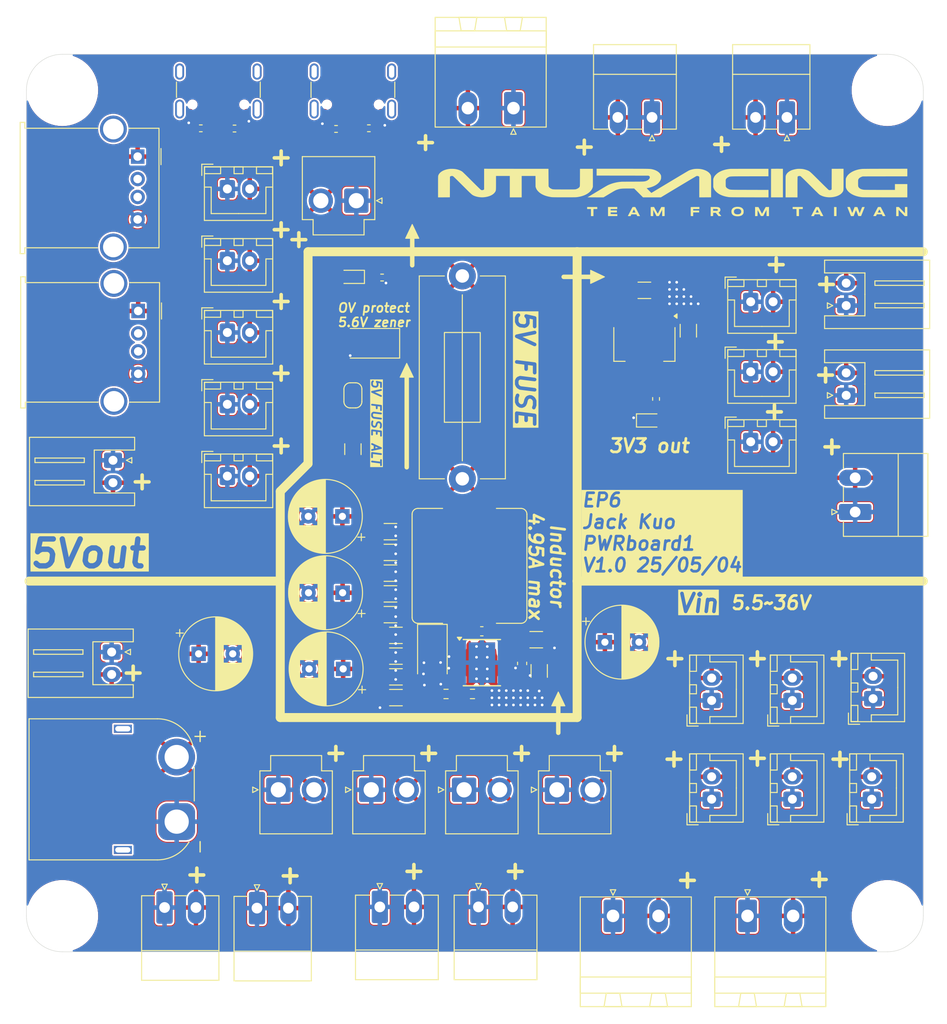
<source format=kicad_pcb>
(kicad_pcb (version 20240108) (generator "pcbnew") (generator_version "8.0")
  (title_block (title "PWRboard1") (date "2025-05-04") (rev "1.0") (company "NTURacing") (comment 1 "Jack Kuo"))
  (layers (0 "F.Cu" signal) (31 "B.Cu" signal) (34 "B.Paste" user) (35 "F.Paste" user) (36 "B.SilkS" user "B.Silkscreen") (37 "F.SilkS" user "F.Silkscreen") (38 "B.Mask" user) (39 "F.Mask" user) (44 "Edge.Cuts" user))
  (net 0 "")
  (net 1 "GND")
  (net 2 "Net-(U8-BOOT)")
  (net 3 "/5V/5V_buck_sw")
  (net 5 "/5V/+5V_buck_raw")
  (net 6 "Net-(D17-K)")
  (net 7 "/5V/+5V_buck")
  (net 9 "Net-(J19-CC1)")
  (net 14 "Net-(J19-CC2)")
  (net 25 "Net-(J22-CC2)")
  (net 31 "Net-(J22-CC1)")
  (net 40 "/Vin")
  (net 41 "Net-(JP5-A)")
  (net 42 "/5V/5V_buck_FB")
  (net 43 "+3V3")
  (net 44 "Net-(D1-A)")
  (footprint "Capacitor_THT:CP_Radial_D8.0mm_P3.80mm" (layer "F.Cu") (at 71.8 106.8)
    (property "Reference" "C52" (hide yes))
    (property "Value" "330u 25V")
  )
  (footprint "Connector_JST:JST_VH_B2P-VH_1x02_P3.96mm_Vertical" (layer "F.Cu") (at 91.0425 121.95)
    (property "Reference" "J7" (hide yes))
    (property "Value" "Vin_JSTVH")
  )
  (footprint "Capacitor_SMD:C_1206_3216Metric" (layer "F.Cu") (at 93.1862 93.1886)
    (property "Reference" "C47" (hide yes))
    (property "Value" "22u 25V")
  )
  (footprint "Diode_SMD:D_SMA" (layer "F.Cu") (at 97.8598 107.0316 -90)
    (property "Reference" "D15" (hide yes))
    (property "Value" "SS54")
  )
  (footprint "Capacitor_SMD:C_1206_3216Metric" (layer "F.Cu") (at 93.7958 107.057)
    (property "Reference" "C41" (hide yes))
    (property "Value" "22u 25V")
  )
  (footprint "Connector_Phoenix_MSTB:PhoenixContact_MSTBA_2,5_2-G-5,08_1x02_P5.08mm_Horizontal" (layer "F.Cu") (at 133 136)
    (property "Reference" "J15" (hide yes))
    (property "Value" "Vin_5.08P")
  )
  (footprint "Connector_JST:JST_XH_B2B-XH-A_1x02_P2.50mm_Vertical" (layer "F.Cu") (at 75 87)
    (property "Reference" "J32" (hide yes))
    (property "Value" "+5V_JSTXH")
  )
  (footprint "Connector_JST:JST_XH_B2B-XH-A_1x02_P2.50mm_Vertical" (layer "F.Cu") (at 138 123 90)
    (property "Reference" "J2" (hide yes))
    (property "Value" "Vin_JSTXH")
  )
  (footprint "Connector_JST:JST_XH_B2B-XH-A_1x02_P2.50mm_Vertical" (layer "F.Cu") (at 129 123 90)
    (property "Reference" "J27" (hide yes))
    (property "Value" "Vin_JSTXH")
  )
  (footprint "Package_TO_SOT_SMD:SOT-223-3_TabPin2" (layer "F.Cu") (at 121.5 72.3 -90)
    (property "Reference" "U1" (hide yes))
    (property "Value" "AMS1117-3.3")
  )
  (footprint "Connector_JST:JST_XH_S2B-XH-A_1x02_P2.50mm_Horizontal" (layer "F.Cu") (at 62.251 85.237 -90)
    (property "Reference" "J29" (hide yes))
    (property "Value" "+5V_JSTXH_H")
  )
  (footprint "Resistor_SMD:R_0402_1005Metric" (layer "F.Cu") (at 122.8 78.4 -90)
    (property "Reference" "R1" (hide yes))
    (property "Value" "1k")
  )
  (footprint "Connector_USB:USB_C_Receptacle_GCT_USB4105-xx-A_16P_TopMnt_Horizontal" (layer "F.Cu") (at 74 43 180)
    (property "Reference" "J19" (hide yes))
    (property "Value" "USBC_RPI_5Vonly")
  )
  (footprint "Connector_JST:JST_XH_S2B-XH-A_1x02_P2.50mm_Horizontal" (layer "F.Cu") (at 144 68 90)
    (property "Reference" "J34" (hide yes))
    (property "Value" "3V3_JSTXH_H")
  )
  (footprint "Connector_JST:JST_XH_B2B-XH-A_1x02_P2.50mm_Vertical" (layer "F.Cu") (at 133.35 75.375)
    (property "Reference" "J38" (hide yes))
    (property "Value" "3V3_JSTXH")
  )
  (footprint "Connector_JST:JST_XH_B2B-XH-A_1x02_P2.50mm_Vertical" (layer "F.Cu") (at 75 71)
    (property "Reference" "J30" (hide yes))
    (property "Value" "+5V_JSTXH")
  )
  (footprint "Capacitor_SMD:C_1206_3216Metric" (layer "F.Cu") (at 93.1862 100.1228)
    (property "Reference" "C38" (hide yes))
    (property "Value" "22u 25V")
  )
  (footprint "Connector_JST:JST_XH_B2B-XH-A_1x02_P2.50mm_Vertical" (layer "F.Cu") (at 75 79)
    (property "Reference" "J31" (hide yes))
    (property "Value" "+5V_JSTXH")
  )
  (footprint "Capacitor_SMD:C_1206_3216Metric" (layer "F.Cu") (at 93.7958 109.3684)
    (property "Reference" "C42" (hide yes))
    (property "Value" "22u 25V")
  )
  (footprint "Connector_JST:JST_VH_B2P-VH_1x02_P3.96mm_Vertical" (layer "F.Cu") (at 101.3975 121.95)
    (property "Reference" "J8" (hide yes))
    (property "Value" "Vin_JSTVH")
  )
  (footprint "MountingHole:MountingHole_3.2mm_M3" (layer "F.Cu") (at 56.6 136)
    (property "Reference" "H3" (hide yes))
    (property "Value" "MountingHole")
  )
  (footprint "Capacitor_SMD:C_1206_3216Metric" (layer "F.Cu") (at 121.5 66.3)
    (property "Reference" "C1" (hide yes))
    (property "Value" "47u 10V")
  )
  (footprint "Connector_JST:JST_XH_B2B-XH-A_1x02_P2.50mm_Vertical" (layer "F.Cu") (at 133.35 67.575)
    (property "Reference" "J37" (hide yes))
    (property "Value" "3V3_JSTXH")
  )
  (footprint "Capacitor_SMD:C_0603_1608Metric" (layer "F.Cu") (at 103.3716 104.2884)
    (property "Reference" "C33" (hide yes))
    (property "Value" "10n")
  )
  (footprint "Package_SO:TI_SO-PowerPAD-8_ThermalVias" (layer "F.Cu") (at 103.3812 107.784)
    (property "Reference" "U8" (hide yes))
    (property "Value" "TPS5430DDAR")
  )
  (footprint "Connector_Phoenix_MC:PhoenixContact_MC_1,5_2-G-3.5_1x02_P3.50mm_Horizontal" (layer "F.Cu") (at 137.395 47.0325 180)
    (property "Reference" "J21" (hide yes))
    (property "Value" "Vin_3.50P")
  )
  (footprint "Connector_USB:USB_A_Molex_67643_Horizontal" (layer "F.Cu") (at 65 51.4 -90)
    (property "Reference" "J23" (hide yes))
    (property "Value" "USBA_RPI_5Vonly")
  )
  (footprint "MountingHole:MountingHole_3.2mm_M3" (layer "F.Cu") (at 148.6 44)
    (property "Reference" "H1" (hide yes))
    (property "Value" "MountingHole")
  )
  (footprint "Capacitor_SMD:C_1206_3216Metric" (layer "F.Cu") (at 93.1862 97.8114)
    (property "Reference" "C49" (hide yes))
    (property "Value" "22u 25V")
  )
  (footprint "Connector_Phoenix_MC:PhoenixContact_MC_1,5_2-G-3.5_1x02_P3.50mm_Horizontal" (layer "F.Cu") (at 68 135.0675)
    (property "Reference" "J18" (hide yes))
    (property "Value" "Vin_3.50P")
  )
  (footprint "Capacitor_SMD:C_0603_1608Metric" (layer "F.Cu") (at 107.8674 107.8698 90)
    (property "Reference" "C37" (hide yes))
    (property "Value" "0u1")
  )
  (footprint "Connector_JST:JST_XH_B2B-XH-A_1x02_P2.50mm_Vertical" (layer "F.Cu") (at 147 111.8 90)
    (property "Reference" "J12" (hide yes))
    (property "Value" "Vin_JSTXH")
  )
  (footprint "Fuse:Fuse_1206_3216Metric" (layer "F.Cu") (at 89 84 90)
    (property "Reference" "F3" (hide yes))
    (property "Value" "5Vbuck_PPTC")
  )
  (footprint "LED_SMD:LED_0603_1608Metric" (layer "F.Cu") (at 88.8 64.8 180)
    (property "Reference" "D17" (hide yes))
    (property "Value" "RED LED")
  )
  (footprint "Jumper:SolderJumper-2_P1.3mm_Open_RoundedPad1.0x1.5mm" (layer "F.Cu") (at 89 78 90)
    (property "Reference" "JP5" (hide yes))
    (property "Value" "PPTC_EN")
  )
  (footprint "Connector_JST:JST_XH_S2B-XH-A_1x02_P2.50mm_Horizontal" (layer "F.Cu") (at 144 78 90)
    (property "Reference" "J35" (hide yes))
    (property "Value" "3V3_JSTXH_H")
  )
  (footprint "Connector_Phoenix_MC:PhoenixContact_MC_1,5_2-G-3.81_1x02_P3.81mm_Horizontal" (layer "F.Cu") (at 122.35 47.0325 180)
    (property "Reference" "J10" (hide yes))
    (property "Value" "Vin_3.81P")
  )
  (footprint "Connector_USB:USB_C_Receptacle_GCT_USB4105-xx-A_16P_TopMnt_Horizontal" (layer "F.Cu") (at 89 43 180)
    (property "Reference" "J22" (hide yes))
    (property "Value" "USBC_RPI_5Vonly")
  )
  (footprint "Connector_JST:JST_VH_B2P-VH_1x02_P3.96mm_Vertical" (layer "F.Cu") (at 80.6875 121.95)
    (property "Reference" "J1" (hide yes))
    (property "Value" "Vin_JSTVH")
  )
  (footprint "Capacitor_THT:CP_Radial_D8.0mm_P3.80mm" (layer "F.Cu") (at 87.8522 99.9972 180)
    (property "Reference" "C44" (hide yes))
    (property "Value" "330u 25V")
  )
  (footprint "Capacitor_SMD:C_1206_3216Metric" (layer "F.Cu") (at 109.7724 108.708 -90)
    (property "Reference" "C35" (hide yes))
    (property "Value" "10u 35V")
  )
  (footprint "Capacitor_THT:CP_Radial_D8.0mm_P3.80mm" (layer "F.Cu") (at 87.913 108.4808 180)
    (property "Reference" "C50" (hide yes))
    (property "Value" "330u 25V")
  )
  (footprint "Capacitor_SMD:C_1206_3216Metric" (layer "F.Cu") (at 126.4 70.8 90)
    (property "Reference" "C2" (hide yes))
    (property "Value" "47u 10V")
  )
  (footprint "Connector_Phoenix_MC:PhoenixContact_MC_1,5_2-G-3.81_1x02_P3.81mm_Horizontal" (layer "F.Cu") (at 145 91 90)
    (property "Reference" "J36" (hide yes))
    (property "Value" "3V3_3.81P")
  )
  (footprint "Connector_AMASS:AMASS_XT60PW-M_1x02_P7.20mm_Horizontal" (layer "F.Cu") (at 69.35 125.5 90)
    (property "Reference" "J3" (hide yes))
    (property "Value" "Vin_XT60")
  )
  (footprint "Connector_JST:JST_XH_B2B-XH-A_1x02_P2.50mm_Vertical" (layer "F.Cu") (at 146.85 123 90)
    (property "Reference" "J11" (hide yes))
    (property "Value" "Vin_JSTXH")
  )
  (footprint "Resistor_SMD:R_0603_1608Metric" (layer "F.Cu") (at 102.3302 111.2734)
    (property "Reference" "R44" (hide yes))
    (property "Value" "15k 1%")
  )
  (footprint "MountingHole:MountingHole_3.2mm_M3" (layer "F.Cu") (at 148.6 136)
    (property "Reference" "H4" (hide yes))
    (property "Value" "MountingHole")
  )
  (footprint "Connector_JST:JST_VH_B2P-VH_1x02_P3.96mm_Vertical" (layer "F.Cu") (at 111.7525 121.95)
    (property "Reference" "J9" (hide yes))
    (property "Value" "Vin_JSTVH")
  )
  (footprint "Resistor_SMD:R_0603_1608Metric" (layer "F.Cu") (at 99.3838 111.2734)
    (property "Reference" "R41" (hide yes))
    (property "Value" "47k 1%")
  )
  (footprint "Connector_Phoenix_MC:PhoenixContact_MC_1,5_2-G-3.81_1x02_P3.81mm_Horizontal" (layer "F.Cu") (at 92 135)
    (property "Reference" "J6" (hide yes))
    (property "Value" "Vin_3.81P")
  )
  (footprint "LED_SMD:LED_0603_1608Metric" (layer "F.Cu") (at 122.1 80.8)
    (property "Reference" "D1" (hide yes))
    (property "Value" "RED LED")
  )
  (footprint "Connector_JST:JST_XH_B2B-XH-A_1x02_P2.50mm_Vertical" (layer "F.Cu") (at 138 112 90)
    (property "Reference" "J13" (hide yes))
    (property "Value" "Vin_JSTXH")
  )
  (footprint "Resistor_SMD:R_0402_1005Metric" (layer "F.Cu") (at 87.1204 48.3192)
    (property "Reference" "R50" (hide yes))
    (property "Value" "56k")
  )
  (footprint "Capacitor_THT:CP_Radial_D8.0mm_P3.80mm" (layer "F.Cu") (at 87.8268 91.4882 180)
    (property "Reference" "C43" (hide yes))
    (property "Value" "330u 25V")
  )
  (footprint "Connector_Phoenix_MSTB:PhoenixContact_MSTBA_2,5_2-G-5,08_1x02_P5.08mm_Horizontal" (layer "F.Cu") (at 106.9 46 180)
    (property "Reference" "J25" (hide yes))
    (property "Value" "+5V 5.08P")
  )
  (footprint "Resistor_SMD:R_0402_1005Metric" (layer "F.Cu") (at 75.8014 48.275 180)
    (property "Reference" "R45" (hide yes))
    (property "Value" "56k")
  )
  (footprint "Capacitor_SMD:C_1206_3216Metric" (layer "F.Cu") (at 93.7958 111.6798 180)
    (property "Reference" "C46" (hide yes))
    (property "Value" "22u 25V")
  )
  (footprint "Connector_USB:USB_A_Molex_67643_Horizontal" (layer "F.Cu") (at 65.06 68.6 -90)
    (property "Reference" "J20" (hide yes))
    (property "Value" "USBA_RPI_5Vonly")
  )
  (footprint "Capacitor_SMD:C_1206_3216Metric" (layer "F.Cu") (at 93.1862 95.5)
    (property "Reference" "C48" (hide yes))
    (property "Value" "22u 25V")
  )
  (footprint "Resistor_SMD:R_0402_1005Metric" (layer "F.Cu") (at 92.2544 64.8762)
    (property "Reference" "R43" (hide yes))
    (property "Value" "1k")
  )
  (footprint "MountingHole:MountingHole_3.2mm_M3" (layer "F.Cu") (at 56.6 44)
    (property "Reference" "H2" (hide yes))
    (property "Value" "MountingHole")
  )
  (footprint "Capacitor_SMD:C_1206_3216Metric" (layer "F.Cu") (at 93.7958 104.7456)
    (property "Reference" "C40" (hide yes))
    (property "Value" "22u 25V")
  )
  (footprint "Resistor_SMD:R_0402_1005Metric" (layer "F.Cu") (at 90.778 48.243 180)
    (property "Reference" "R49" (hide yes))
    (property "Value" "56k")
  )
  (footprint "Connector_JST:JST_XH_B2B-XH-A_1x02_P2.50mm_Vertical" (layer "F.Cu") (at 129 112 90)
    (property "Reference" "J14" (hide yes))
    (property "Value" "Vin_JSTXH")
  )
  (footprint "Connector_JST:JST_XH_B2B-XH-A_1x02_P2.50mm_Vertical" (layer "F.Cu") (at 75 63)
    (property "Reference" "J28" (hide yes))
    (property "Value" "+5V_JSTXH")
  )
  (footprint "Connector_JST:JST_XH_B2B-XH-A_1x02_P2.50mm_Vertical" (layer "F.Cu") (at 75 55)
    (property "Reference" "J24" (hide yes))
    (property "Value" "+5V_JSTXH")
  )
  (footprint "Diode_SMD:D_SMA" (layer "F.Cu") (at 90.7 72.2 180)
    (property "Reference" "D18" (hide yes))
    (property "Value" "5.6V 1SMA5919A")
  )
  (footprint "Capacitor_THT:CP_Radial_D8.0mm_P3.80mm" (layer "F.Cu") (at 117.097349 105.5)
    (property "Reference" "C53" (hide yes))
    (property "Value" "330u 25V")
  )
  (footprint "Connector_JST:JST_XH_B2B-XH-A_1x02_P2.50mm_Vertical" (layer "F.Cu") (at 133.35 83.175)
    (property "Reference" "J39" (hide yes))
    (property "Value" "3V3_JSTXH")
  )
  (footprint "Capacitor_SMD:C_1206_3216Metric" (layer "F.Cu") (at 93.1862 102.4342)
    (property "Reference" "C39" (hide yes))
    (property "Value" "22u 25V")
  )
  (footprint "Connector_Phoenix_MC:PhoenixContact_MC_1,5_2-G-3.5_1x02_P3.50mm_Horizontal" (layer "F.Cu") (at 78.305 135.135)
    (property "Reference" "J26" (hide yes))
    (property "Value" "Vin_3.50P")
  )
  (footprint "Inductor_SMD:L_Bourns_SRR1260" (layer "F.Cu") (at 102 97 90)
    (property "Reference" "L2" (hide yes))
    (property "Value" "22uH 3.7A (SMDRI129-220MT)")
  )
  (footprint "Connector_JST:JST_VH_B2P-VH_1x02_P3.96mm_Vertical" (layer "F.Cu") (at 89.3826 56.3118 180)
    (property "Reference" "J17" (hide yes))
    (property "Value" "+5V_JSTVH")
  )
  (footprint "Connector_Phoenix_MSTB:PhoenixContact_MSTBA_2,5_2-G-5,08_1x02_P5.08mm_Horizontal" (layer "F.Cu") (at 118 136)
    (property "Reference" "J5" (hide yes))
    (property "Value" "Vin_5.08P")
  )
  (footprint "Connector_JST:JST_XH_S2B-XH-A_1x02_P2.50mm_Horizontal" (layer "F.Cu") (at 62.1 106.6 -90)
    (property "Reference" "J4" (hide yes))
    (property "Value" "Vin_JSTXH_H")
  )
  (footprint "Capacitor_SMD:C_1206_3216Metric" (layer "F.Cu") (at 109.4422 105.2282)
    (property "Reference" "C34" (hide yes))
    (property "Value" "10u 35V")
  )
  (footprint "PCM_Fuse_AKL:Fuseholder_Cylinder-5x20mm_Stelvio-Kontek_PTF78_Horizontal_Open" (layer "F.Cu") (at 101.2 87.3 90)
    (property "Reference" "F2" (hide yes))
    (property "Value" "5Vbuck_fuse" (hide yes))
  )
  (footprint "Connector_Phoenix_MC:PhoenixContact_MC_1,5_2-G-3.81_1x02_P3.81mm_Horizontal" (layer "F.Cu") (at 103 135)
    (property "Reference" "J16" (hide yes))
    (property "Value" "Vin_3.81P")
  )
  (footprint "Resistor_SMD:R_0402_1005Metric" (layer "F.Cu") (at 72.0422 48.2496)
    (property "Reference" "R47" (hide yes))
    (property "Value" "56k")
  )
  (gr_poly (pts (xy 118.473825 57.241366) (xy 117.74287 57.241366) (xy 117.737226 57.318978) (xy 117.732992 57.396589) (xy 118.431491 57.396589) (xy 118.431491 57.622366) (xy 117.740048 57.622366) (xy 117.740048 57.699977) (xy 117.739985 57.715659) (xy 117.739805 57.730713) (xy 117.739527 57.744775) (xy 117.739166 57.75748) (xy 117.738739 57.768466) (xy 117.738262 57.777368) (xy 117.737752 57.783823) (xy 117.73749 57.786019) (xy 117.737226 57.787466) (xy 117.738649 57.788789) (xy 117.743851 57.790107) (xy 117.764829 57.792714) (xy 117.798641 57.795255) (xy 117.843763 57.797697) (xy 117.961856 57.802151) (xy 118.106935 57.805811) (xy 118.48088 57.812866) (xy 118.48088 58.024533) (xy 117.963002 58.028766) (xy 117.443712 58.031589) (xy 117.443712 57.015589) (xy 118.473825 57.015589)) (stroke (width -0.000001)) (fill solid) (layer "F.SilkS"))
  (gr_poly (pts (xy 123.573581 57.018411) (xy 123.758434 57.022644) (xy 123.758434 58.024533) (xy 123.621559 58.028766) (xy 123.483268 58.032999) (xy 123.483268 57.333089) (xy 123.301237 57.678811) (xy 123.119201 58.024533) (xy 122.986559 58.028766) (xy 122.853915 58.032999) (xy 122.671879 57.687277) (xy 122.488434 57.341555) (xy 122.484201 57.687277) (xy 122.481378 58.032999) (xy 122.34309 58.028766) (xy 122.206212 58.024533) (xy 122.201979 57.537699) (xy 122.201451 57.347067) (xy 122.20198 57.18845) (xy 122.203567 57.078516) (xy 122.204757 57.047014) (xy 122.205452 57.03804) (xy 122.206212 57.033933) (xy 122.207561 57.031401) (xy 122.210055 57.029093) (xy 122.213747 57.027) (xy 122.218693 57.025114) (xy 122.224944 57.023425) (xy 122.232556 57.021928) (xy 122.252075 57.019469) (xy 122.27768 57.017672) (xy 122.309799 57.016471) (xy 122.348864 57.015798) (xy 122.395304 57.015589) (xy 122.578749 57.015589) (xy 122.779125 57.390944) (xy 122.807936 57.444888) (xy 122.834125 57.493616) (xy 122.857818 57.537338) (xy 122.879138 57.576263) (xy 122.898208 57.610598) (xy 122.915154 57.640554) (xy 122.930099 57.666338) (xy 122.943167 57.688159) (xy 122.954482 57.706227) (xy 122.959521 57.713919) (xy 122.964169 57.72075) (xy 122.96844 57.726747) (xy 122.97235 57.731937) (xy 122.975915 57.736344) (xy 122.979151 57.739996) (xy 122.982072 57.742918) (xy 122.984695 57.745136) (xy 122.987034 57.746677) (xy 122.989106 57.747567) (xy 122.990046 57.747775) (xy 122.990925 57.747831) (xy 122.991745 57.747737) (xy 122.992508 57.747496) (xy 122.993216 57.747112) (xy 122.99387 57.746588) (xy 122.995026 57.745133) (xy 123.016103 57.709106) (xy 123.062052 57.626247) (xy 123.201046 57.369777) (xy 123.390138 57.014178)) (stroke (width -0.000001)) (fill solid) (layer "F.SilkS"))
  (gr_poly (pts (xy 139.16071 57.241366) (xy 138.737379 57.241366) (xy 138.737379 58.032999) (xy 138.6005 58.028766) (xy 138.462213 58.024533) (xy 138.45798 57.632244) (xy 138.455158 57.241366) (xy 138.031823 57.241366) (xy 138.031823 57.015589) (xy 139.16071 57.015589)) (stroke (width -0.000001)) (fill solid) (layer "F.SilkS"))
  (gr_line (start 95.615345 63.506914) (end 95.615345 60.506914) (stroke (width 0.5)) (layer "F.SilkS"))
  (gr_poly (pts (xy 135.329547 52.761089) (xy 135.329547 53.593645) (xy 133.252392 53.596467) (xy 132.498217 53.59787) (xy 132.196001 53.598672) (xy 131.938361 53.599752) (xy 131.721294 53.601271) (xy 131.540794 53.603388) (xy 131.39286 53.60626) (xy 131.329853 53.60803) (xy 131.273485 53.610049) (xy 131.223257 53.612336) (xy 131.178667 53.614912) (xy 131.139216 53.617797) (xy 131.104402 53.62101) (xy 131.073726 53.624571) (xy 131.046686 53.628501) (xy 131.022782 53.632818) (xy 131.001514 53.637544) (xy 130.982382 53.642697) (xy 130.964884 53.648298) (xy 130.948521 53.654367) (xy 130.932791 53.660923) (xy 130.901231 53.675579) (xy 130.8662 53.692423) (xy 130.841302 53.704504) (xy 130.817892 53.716447) (xy 130.795904 53.728312) (xy 130.775272 53.740158) (xy 130.75593 53.752045) (xy 130.737812 53.764034) (xy 130.720851 53.776184) (xy 130.704982 53.788555) (xy 130.690138 53.801207) (xy 130.676253 53.8142) (xy 130.66326 53.827594) (xy 130.651095 53.841449) (xy 130.639691 53.855825) (xy 130.62898 53.870782) (xy 130.618899 53.88638) (xy 130.609379 53.902678) (xy 130.567045 53.974645) (xy 130.567045 54.345767) (xy 130.567208 54.455346) (xy 130.567817 54.542683) (xy 130.568346 54.578957) (xy 130.569054 54.610805) (xy 130.569965 54.638606) (xy 130.571102 54.662738) (xy 130.572487 54.683579) (xy 130.574142 54.701507) (xy 130.576091 54.716902) (xy 130.578356 54.73014) (xy 130.58096 54.741601) (xy 130.583926 54.751663) (xy 130.587277 54.760703) (xy 130.591034 54.7691) (xy 130.599346 54.784969) (xy 130.60891 54.800803) (xy 130.61969 54.816567) (xy 130.631648 54.832225) (xy 130.644747 54.847743) (xy 130.65895 54.863085) (xy 130.67422 54.878217) (xy 130.690519 54.893102) (xy 130.70781 54.907706) (xy 130.726056 54.921994) (xy 130.74522 54.93593) (xy 130.765264 54.94948) (xy 130.786152 54.962608) (xy 130.807845 54.97528) (xy 130.830308 54.987459) (xy 130.853503 54.999112) (xy 130.926889 55.035089) (xy 130.99715 55.061509) (xy 131.098202 55.079925) (xy 131.26396 55.091892) (xy 131.528342 55.098964) (xy 131.925264 55.102696) (xy 133.252392 55.106355) (xy 135.336603 55.112001) (xy 135.336603 55.944556) (xy 133.181835 55.938911) (xy 132.041128 55.935494) (xy 131.654759 55.93333) (xy 131.368204 55.930621) (xy 131.164331 55.927184) (xy 131.026009 55.922838) (xy 130.976076 55.920267) (xy 130.936106 55.9174) (xy 130.903957 55.914215) (xy 130.877489 55.910689) (xy 130.760299 55.891095) (xy 130.646864 55.86883) (xy 130.537203 55.843902) (xy 130.431336 55.816321) (xy 130.32928 55.786094) (xy 130.231055 55.753229) (xy 130.136679 55.717735) (xy 130.04617 55.67962) (xy 129.959547 55.638892) (xy 129.876829 55.595559) (xy 129.798034 55.549631) (xy 129.723181 55.501114) (xy 129.652288 55.450018) (xy 129.585374 55.39635) (xy 129.522458 55.340119) (xy 129.463559 55.281333) (xy 129.4395 55.255396) (xy 129.417003 55.230401) (xy 129.395978 55.2062) (xy 129.376334 55.182644) (xy 129.35798 55.159584) (xy 129.340825 55.136871) (xy 129.324778 55.114357) (xy 129.309747 55.091892) (xy 129.295643 55.069328) (xy 129.282374 55.046516) (xy 129.269849 55.023307) (xy 129.257977 54.999552) (xy 129.246667 54.975103) (xy 129.235829 54.949811) (xy 129.22537 54.923526) (xy 129.215202 54.8961) (xy 129.177101 54.793089) (xy 129.177101 53.904089) (xy 129.215202 53.801078) (xy 129.223875 53.778379) (xy 129.233788 53.754159) (xy 129.244595 53.729145) (xy 129.255947 53.704064) (xy 129.267498 53.679645) (xy 129.2789 53.656616) (xy 129.289805 53.635702) (xy 129.299867 53.617634) (xy 129.314345 53.594506) (xy 129.33215 53.569273) (xy 129.352934 53.542274) (xy 129.376355 53.513851) (xy 129.402065 53.484345) (xy 129.429721 53.454096) (xy 129.458976 53.423447) (xy 129.489486 53.392738) (xy 129.520906 53.36231) (xy 129.55289 53.332504) (xy 129.585093 53.303661) (xy 129.61717 53.276123) (xy 129.648775 53.25023) (xy 129.679564 53.226323) (xy 129.709191 53.204744) (xy 129.737311 53.185834) (xy 129.807289 53.142245) (xy 129.879621 53.100911) (xy 129.954281 53.061838) (xy 130.031242 53.025033) (xy 130.110476 52.990502) (xy 130.191957 52.958251) (xy 130.275659 52.928286) (xy 130.361553 52.900613) (xy 130.449614 52.875239) (xy 130.539814 52.852169) (xy 130.632126 52.831411) (xy 130.726524 52.81297) (xy 130.822981 52.796852) (xy 130.92147 52.783064) (xy 131.021963 52.771611) (xy 131.124435 52.7625) (xy 133.255212 52.759678)) (stroke (width -0.000001)) (fill solid) (layer "F.SilkS"))
  (gr_poly (pts (xy 150.208302 57.362721) (xy 150.548376 57.709855) (xy 150.548376 57.015589) (xy 150.816491 57.015589) (xy 150.816491 58.031589) (xy 150.522975 58.031589) (xy 150.182902 57.681633) (xy 149.842824 57.333089) (xy 149.842824 58.031589) (xy 149.574709 58.031589) (xy 149.574709 57.015589) (xy 149.868224 57.015589)) (stroke (width -0.000001)) (fill solid) (layer "F.SilkS"))
  (gr_poly (pts (xy 95.615345 58.957514) (xy 94.878745 60.506914) (xy 96.351945 60.506914)) (stroke (width 0.1)) (fill solid) (layer "F.SilkS"))
  (gr_poly (pts (xy 120.346233 57.015655) (xy 120.363296 57.015853) (xy 120.379227 57.016184) (xy 120.394037 57.016647) (xy 120.40774 57.017243) (xy 120.420347 57.01797) (xy 120.43187 57.01883) (xy 120.442324 57.019822) (xy 120.451718 57.020947) (xy 120.460067 57.022203) (xy 120.467383 57.023592) (xy 120.473677 57.025114) (xy 120.478962 57.026767) (xy 120.481231 57.027644) (xy 120.483252 57.028553) (xy 120.485027 57.029496) (xy 120.486557 57.030471) (xy 120.487844 57.03148) (xy 120.488891 57.032522) (xy 120.507676 57.065771) (xy 120.549216 57.142941) (xy 120.60716 57.25239) (xy 120.675158 57.382477) (xy 120.821562 57.663289) (xy 120.885503 57.784909) (xy 120.931982 57.872133) (xy 121.015236 58.031589) (xy 120.704792 58.031589) (xy 120.656813 57.935633) (xy 120.608837 57.841089) (xy 120.33226 57.836855) (xy 120.054269 57.834033) (xy 120.004879 57.932811) (xy 119.95549 58.031589) (xy 119.807323 58.031589) (xy 119.779635 58.031511) (xy 119.755212 58.031233) (xy 119.733915 58.030686) (xy 119.724394 58.030291) (xy 119.715602 58.029803) (xy 119.707521 58.029213) (xy 119.700134 58.028514) (xy 119.693422 58.027696) (xy 119.687369 58.026752) (xy 119.681957 58.025672) (xy 119.677167 58.024448) (xy 119.672984 58.023071) (xy 119.669388 58.021534) (xy 119.666363 58.019827) (xy 119.663891 58.017943) (xy 119.662857 58.016931) (xy 119.661955 58.015871) (xy 119.661182 58.014763) (xy 119.660536 58.013605) (xy 119.660015 58.012396) (xy 119.659617 58.011135) (xy 119.659181 58.008453) (xy 119.659211 58.00555) (xy 119.659687 58.002418) (xy 119.660594 57.999048) (xy 119.661913 57.995433) (xy 119.663627 57.991562) (xy 119.665718 57.987428) (xy 119.668169 57.983022) (xy 119.670962 57.978336) (xy 119.677504 57.968089) (xy 119.702925 57.92322) (xy 119.757054 57.821862) (xy 119.853881 57.636478) (xy 120.153046 57.636478) (xy 120.329435 57.636478) (xy 120.36497 57.636348) (xy 120.398073 57.63597) (xy 120.428035 57.635361) (xy 120.454143 57.634537) (xy 120.475687 57.633515) (xy 120.491956 57.63231) (xy 120.49789 57.631645) (xy 120.502239 57.63094) (xy 120.504913 57.630199) (xy 120.505595 57.629815) (xy 120.505824 57.629422) (xy 120.504096 57.624447) (xy 120.499144 57.613172) (xy 120.480954 57.574565) (xy 120.454033 57.519289) (xy 120.421159 57.453033) (xy 120.388019 57.387284) (xy 120.37331 57.358527) (xy 120.360304 57.333442) (xy 120.349349 57.312721) (xy 120.340791 57.297061) (xy 120.334979 57.287156) (xy 120.333211 57.284578) (xy 120.332631 57.283921) (xy 120.33226 57.2837) (xy 120.329938 57.287285) (xy 120.324277 57.297568) (xy 120.304389 57.335382) (xy 120.240536 57.460088) (xy 120.153046 57.636478) (xy 119.853881 57.636478) (xy 119.920214 57.509477) (xy 120.007724 57.339725) (xy 120.082667 57.196034) (xy 120.161513 57.046633) (xy 120.165135 57.041634) (xy 120.168726 57.037196) (xy 120.172486 57.033288) (xy 120.176616 57.029876) (xy 120.181317 57.026927) (xy 120.186789 57.024408) (xy 120.193232 57.022286) (xy 120.200848 57.020528) (xy 120.209836 57.0191) (xy 120.220397 57.01797) (xy 120.232731 57.017105) (xy 120.24704 57.016471) (xy 120.282381 57.015765) (xy 120.328024 57.015589)) (stroke (width -0.000001)) (fill solid) (layer "F.SilkS"))
  (gr_poly (pts (xy 140.77361 57.018411) (xy 140.926012 57.022644) (xy 141.064303 57.2837) (xy 141.227041 57.594916) (xy 141.34705 57.826095) (xy 141.421288 57.971286) (xy 141.440292 58.009774) (xy 141.446711 58.024533) (xy 141.44593 58.025294) (xy 141.443637 58.025988) (xy 141.434826 58.027179) (xy 141.420889 58.028105) (xy 141.402437 58.028767) (xy 141.354438 58.029296) (xy 141.295724 58.028766) (xy 141.143322 58.024533) (xy 141.093932 57.929988) (xy 141.044543 57.834033) (xy 140.492804 57.834033) (xy 140.444821 57.932811) (xy 140.396847 58.031589) (xy 140.089225 58.031589) (xy 140.248678 57.723967) (xy 140.297055 57.630342) (xy 140.604129 57.630342) (xy 140.604279 57.630832) (xy 140.605686 57.631577) (xy 140.608791 57.632227) (xy 140.619735 57.633258) (xy 140.636401 57.633959) (xy 140.658078 57.634361) (xy 140.713618 57.634405) (xy 140.780666 57.633655) (xy 140.950002 57.629422) (xy 140.8611 57.453033) (xy 140.77361 57.276644) (xy 140.686125 57.451622) (xy 140.668717 57.486757) (xy 140.652698 57.519708) (xy 140.6384 57.549749) (xy 140.626151 57.576153) (xy 140.616285 57.59819) (xy 140.60913 57.615134) (xy 140.606673 57.621469) (xy 140.605018 57.626258) (xy 140.604206 57.629409) (xy 140.604129 57.630342) (xy 140.297055 57.630342) (xy 140.385027 57.460089) (xy 140.446521 57.34257) (xy 140.492804 57.255478) (xy 140.52819 57.18942) (xy 140.560005 57.129183) (xy 140.584677 57.081646) (xy 140.593219 57.06479) (xy 140.598634 57.053689) (xy 140.619801 57.014178)) (stroke (width -0.000001)) (fill solid) (layer "F.SilkS"))
  (gr_poly (pts (xy 117.0494 64.8) (xy 115.5 64.0634) (xy 115.5 65.5366)) (stroke (width 0.1)) (fill solid) (layer "F.SilkS"))
  (gr_line (start 84 62) (end 114 62) (stroke (width 1)) (layer "F.SilkS"))
  (gr_poly (pts (xy 143.704489 53.929489) (xy 143.704332 54.269062) (xy 143.703761 54.539728) (xy 143.702628 54.749706) (xy 143.700785 54.907213) (xy 143.698081 55.020468) (xy 143.69636 55.06307) (xy 143.694368 55.09769) (xy 143.692087 55.125358) (xy 143.689498 55.147099) (xy 143.686583 55.163941) (xy 143.683322 55.176911) (xy 143.668895 55.219631) (xy 143.651335 55.261509) (xy 143.630722 55.302509) (xy 143.607139 55.34259) (xy 143.551393 55.419842) (xy 143.484754 55.492956) (xy 143.407878 55.561622) (xy 143.321423 55.625529) (xy 143.226047 55.684368) (xy 143.122407 55.737828) (xy 143.01116 55.7856) (xy 142.892963 55.827373) (xy 142.768475 55.862837) (xy 142.638351 55.891683) (xy 142.50325 55.9136) (xy 142.363829 55.928279) (xy 142.220745 55.935408) (xy 142.074655 55.934678) (xy 142.003578 55.931419) (xy 141.933735 55.926399) (xy 141.865104 55.919609) (xy 141.79766 55.911042) (xy 141.731383 55.900689) (xy 141.666248 55.888541) (xy 141.602234 55.874591) (xy 141.539317 55.858831) (xy 141.477475 55.841251) (xy 141.416685 55.821844) (xy 141.356925 55.800602) (xy 141.298171 55.777515) (xy 141.2404 55.752577) (xy 141.183591 55.725778) (xy 141.12772 55.697111) (xy 141.072765 55.666567) (xy 141.032737 55.640698) (xy 140.98272 55.6017) (xy 140.913521 55.540807) (xy 140.815945 55.449256) (xy 140.498886 55.13912) (xy 139.95799 54.601178) (xy 139.503767 54.15024) (xy 139.327182 53.976299) (xy 139.182762 53.835298) (xy 139.069363 53.726179) (xy 138.985845 53.647885) (xy 138.954935 53.619966) (xy 138.931068 53.599356) (xy 138.914099 53.585922) (xy 138.903888 53.579534) (xy 138.893766 53.575783) (xy 138.883269 53.572464) (xy 138.872435 53.569569) (xy 138.861302 53.567093) (xy 138.849909 53.565028) (xy 138.838294 53.563367) (xy 138.814549 53.561233) (xy 138.790374 53.560637) (xy 138.766075 53.561526) (xy 138.741958 53.563844) (xy 138.718329 53.567539) (xy 138.695494 53.572557) (xy 138.673758 53.578845) (xy 138.653428 53.586347) (xy 138.643886 53.590538) (xy 138.63481 53.595012) (xy 138.626238 53.599763) (xy 138.618209 53.604784) (xy 138.610761 53.610069) (xy 138.603931 53.615611) (xy 138.59776 53.621402) (xy 138.592283 53.627438) (xy 138.587541 53.63371) (xy 138.583571 53.640211) (xy 138.579661 53.663674) (xy 138.57638 53.719961) (xy 138.571572 53.93531) (xy 138.568881 54.294857) (xy 138.568044 54.8072) (xy 138.568044 55.944556) (xy 137.904821 55.943145) (xy 137.241603 55.941733) (xy 137.241603 54.771922) (xy 137.241716 54.396903) (xy 137.242242 54.110685) (xy 137.242748 53.996711) (xy 137.243463 53.899939) (xy 137.244422 53.818703) (xy 137.24566 53.751336) (xy 137.247211 53.696174) (xy 137.249112 53.65155) (xy 137.251398 53.615797) (xy 137.254103 53.587251) (xy 137.255624 53.575159) (xy 137.257262 53.564244) (xy 137.259024 53.554297) (xy 137.260912 53.54511) (xy 137.265086 53.528184) (xy 137.269821 53.5118) (xy 137.283454 53.472817) (xy 137.299969 53.434225) (xy 137.319303 53.396083) (xy 137.341394 53.358452) (xy 137.36618 53.321392) (xy 137.3936 53.284961) (xy 137.423591 53.249222) (xy 137.456092 53.214232) (xy 137.491039 53.180053) (xy 137.528372 53.146744) (xy 137.568029 53.114366) (xy 137.609947 53.082977) (xy 137.654064 53.052638) (xy 137.700318 53.02341) (xy 137.748648 52.995351) (xy 137.798991 52.968523) (xy 137.8326 52.952382) (xy 137.869692 52.936299) (xy 137.909913 52.920364) (xy 137.952911 52.90467) (xy 138.045821 52.874364) (xy 138.145593 52.846109) (xy 138.2494 52.820632) (xy 138.354415 52.79866) (xy 138.457809 52.780922) (xy 138.556754 52.768145) (xy 138.616025 52.763835) (xy 138.687482 52.761442) (xy 138.767174 52.760902) (xy 138.85115 52.762148) (xy 138.935456 52.765113) (xy 139.01614 52.769732) (xy 139.089251 52.775939) (xy 139.150837 52.783667) (xy 139.211106 52.793779) (xy 139.275542 52.806884) (xy 139.342625 52.822536) (xy 139.410833 52.840288) (xy 139.478643 52.859693) (xy 139.544536 52.880306) (xy 139.606988 52.90168) (xy 139.664479 52.923367) (xy 139.757494 52.962754) (xy 139.799686 52.983199) (xy 139.841595 53.006424) (xy 139.885166 53.034139) (xy 139.932345 53.068053) (xy 139.985075 53.109875) (xy 140.045302 53.161316) (xy 140.19603 53.299888) (xy 140.400087 53.497447) (xy 141.030436 54.124223) (xy 141.418358 54.50853) (xy 141.740928 54.824839) (xy 141.867371 54.947325) (xy 141.965073 55.040607) (xy 142.029901 55.100618) (xy 142.048696 55.116875) (xy 142.057721 55.123289) (xy 142.066225 55.126295) (xy 142.075047 55.128968) (xy 142.093534 55.133329) (xy 142.112956 55.136414) (xy 142.133085 55.13826) (xy 142.153693 55.138907) (xy 142.174553 55.138395) (xy 142.195438 55.136762) (xy 142.21612 55.134049) (xy 142.236373 55.130293) (xy 142.255968 55.125535) (xy 142.274678 55.119814) (xy 142.292276 55.113169) (xy 142.308534 55.105639) (xy 142.323226 55.097263) (xy 142.329913 55.092771) (xy 142.336123 55.088082) (xy 142.341828 55.083201) (xy 142.346999 55.078133) (xy 142.378044 55.045678) (xy 142.380866 53.902678) (xy 142.385099 52.761089) (xy 143.0455 52.758267) (xy 143.704489 52.755445)) (stroke (width -0.000001)) (fill solid) (layer "F.SilkS"))
  (gr_line (start 52.8883 98.7) (end 80.9 98.7) (stroke (width 1)) (layer "F.SilkS"))
  (gr_poly (pts (xy 150.816491 53.600701) (xy 148.330114 53.603523) (xy 145.842321 53.607756) (xy 145.750602 53.640211) (xy 145.712447 53.654685) (xy 145.676278 53.669547) (xy 145.642065 53.684823) (xy 145.609776 53.700536) (xy 145.579381 53.716713) (xy 145.550848 53.733378) (xy 145.524147 53.750555) (xy 145.499247 53.76827) (xy 145.476115 53.786547) (xy 145.454722 53.805411) (xy 145.435037 53.824886) (xy 145.417028 53.844999) (xy 145.400664 53.865773) (xy 145.385914 53.887233) (xy 145.372748 53.909404) (xy 145.361134 53.932312) (xy 145.350361 53.955986) (xy 145.345957 53.967342) (xy 145.34215 53.979099) (xy 145.338898 53.991798) (xy 145.336156 54.005981) (xy 145.333881 54.022191) (xy 145.33203 54.040967) (xy 145.329425 54.088388) (xy 145.327995 54.152577) (xy 145.327267 54.348589) (xy 145.327441 54.454957) (xy 145.327704 54.499296) (xy 145.328127 54.53834) (xy 145.32874 54.572538) (xy 145.329574 54.602341) (xy 145.33066 54.628201) (xy 145.33203 54.650567) (xy 145.333713 54.669891) (xy 145.335742 54.686622) (xy 145.338147 54.701212) (xy 145.34096 54.714111) (xy 145.34421 54.72577) (xy 145.34793 54.73664) (xy 145.35215 54.74717) (xy 145.356901 54.757812) (xy 145.374345 54.792016) (xy 145.395382 54.824743) (xy 145.419899 54.855936) (xy 145.447786 54.885539) (xy 145.47893 54.913497) (xy 145.513221 54.939754) (xy 145.550546 54.964254) (xy 145.590793 54.986941) (xy 145.633852 55.007759) (xy 145.67961 55.026653) (xy 145.727957 55.043567) (xy 145.778779 55.058444) (xy 145.831967 55.07123) (xy 145.887407 55.081868) (xy 145.944989 55.090303) (xy 146.004601 55.096478) (xy 146.194991 55.10166) (xy 146.594269 55.10618) (xy 147.800944 55.110589) (xy 149.4336 55.110589) (xy 149.4336 54.461478) (xy 150.816491 54.461478) (xy 150.816491 55.943145) (xy 148.39361 55.941733) (xy 146.636073 55.936795) (xy 146.065939 55.932606) (xy 145.814098 55.927623) (xy 145.744277 55.921135) (xy 145.675414 55.913291) (xy 145.607279 55.904058) (xy 145.53964 55.893403) (xy 145.472266 55.881293) (xy 145.404925 55.867694) (xy 145.337385 55.852574) (xy 145.269416 55.8359) (xy 145.14976 55.803349) (xy 145.034352 55.766656) (xy 144.923405 55.725978) (xy 144.817132 55.681472) (xy 144.715745 55.633294) (xy 144.619457 55.581603) (xy 144.528482 55.526554) (xy 144.443032 55.468306) (xy 144.36332 55.407015) (xy 144.289559 55.342838) (xy 144.254977 55.309717) (xy 144.221962 55.275933) (xy 144.190542 55.241506) (xy 144.160742 55.206457) (xy 144.13259 55.170803) (xy 144.106112 55.134566) (xy 144.081334 55.097764) (xy 144.058284 55.060418) (xy 144.036988 55.022546) (xy 144.017472 54.984169) (xy 143.999763 54.945307) (xy 143.983888 54.905978) (xy 143.973582 54.877282) (xy 143.965722 54.848652) (xy 143.959978 54.814201) (xy 143.95602 54.768042) (xy 143.953517 54.704288) (xy 143.952138 54.617053) (xy 143.951432 54.348589) (xy 143.951554 54.19673) (xy 143.952138 54.080125) (xy 143.952708 54.033205) (xy 143.953517 53.99289) (xy 143.954607 53.958446) (xy 143.95602 53.929136) (xy 143.957797 53.904226) (xy 143.959978 53.882978) (xy 143.961234 53.873497) (xy 143.962606 53.864657) (xy 143.964101 53.856364) (xy 143.965722 53.848527) (xy 143.969367 53.833852) (xy 143.973582 53.819897) (xy 143.978409 53.805925) (xy 143.983888 53.7912) (xy 144.028333 53.691221) (xy 144.084582 53.594678) (xy 144.152105 53.501869) (xy 144.230371 53.413089) (xy 144.318848 53.328633) (xy 144.417004 53.248796) (xy 144.524309 53.173876) (xy 144.640232 53.104166) (xy 144.764241 53.039963) (xy 144.895805 52.981562) (xy 145.034393 52.929259) (xy 145.179474 52.883349) (xy 145.330516 52.844128) (xy 145.486988 52.811892) (xy 145.648359 52.786936) (xy 145.814098 52.769556) (xy 146.62778 52.760913) (xy 148.386554 52.755445) (xy 150.816491 52.754034)) (stroke (width -0.000001)) (fill solid) (layer "F.SilkS"))
  (gr_line (start 111.9 115.6) (end 111.9 112.6) (stroke (width 0.5)) (layer "F.SilkS"))
  (gr_line (start 80.9 88.7) (end 84 85.6) (stroke (width 1)) (layer "F.SilkS"))
  (gr_line (start 114 98.7) (end 114 62) (stroke (width 1)) (layer "F.SilkS"))
  (gr_poly (pts (xy 134.028503 57.018411) (xy 134.214767 57.022644) (xy 134.412321 57.392355) (xy 134.489536 57.536663) (xy 134.553787 57.654646) (xy 134.578983 57.700002) (xy 134.598458 57.734263) (xy 134.611384 57.755923) (xy 134.615133 57.761558) (xy 134.616935 57.763478) (xy 134.622039 57.756692) (xy 134.633692 57.73724) (xy 134.673733 57.665758) (xy 134.731235 57.559881) (xy 134.800378 57.430456) (xy 134.932318 57.183158) (xy 135.000753 57.056511) (xy 135.026159 57.015589) (xy 135.393044 57.015589) (xy 135.393044 58.032999) (xy 135.256169 58.028766) (xy 135.117878 58.024533) (xy 135.115055 57.694333) (xy 135.113754 57.566297) (xy 135.112057 57.460618) (xy 135.1111 57.419676) (xy 135.110094 57.388541) (xy 135.109055 57.368617) (xy 135.108528 57.363299) (xy 135.108 57.361311) (xy 135.106577 57.362523) (xy 135.103423 57.367104) (xy 135.092282 57.385697) (xy 135.053146 57.455855) (xy 134.996282 57.560939) (xy 134.927379 57.690099) (xy 134.750988 58.024533) (xy 134.482878 58.024533) (xy 134.303669 57.685867) (xy 134.276525 57.635194) (xy 134.252151 57.589919) (xy 134.230407 57.549816) (xy 134.211152 57.514659) (xy 134.194244 57.484223) (xy 134.179545 57.458283) (xy 134.172979 57.446929) (xy 134.166912 57.436614) (xy 134.161327 57.42731) (xy 134.156206 57.41899) (xy 134.151532 57.411624) (xy 134.147286 57.405186) (xy 134.143452 57.399646) (xy 134.140012 57.394976) (xy 134.136948 57.391149) (xy 134.134242 57.388136) (xy 134.131878 57.385909) (xy 134.130818 57.385081) (xy 134.129837 57.38444) (xy 134.128932 57.38398) (xy 134.128102 57.3837) (xy 134.127343 57.383595) (xy 134.126655 57.383662) (xy 134.126034 57.383897) (xy 134.125479 57.384297) (xy 134.124987 57.384859) (xy 134.124556 57.385578) (xy 134.124184 57.386451) (xy 134.123869 57.387475) (xy 134.1234 57.389962) (xy 134.123132 57.393009) (xy 134.123046 57.396589) (xy 134.121989 57.516181) (xy 134.118813 57.735255) (xy 134.11599 58.024533) (xy 133.979113 58.028766) (xy 133.840824 58.032999) (xy 133.840824 57.014178)) (stroke (width -0.000001)) (fill solid) (layer "F.SilkS"))
  (gr_poly (pts (xy 136.945265 52.755445) (xy 136.945265 55.943145) (xy 135.618825 55.943145) (xy 135.618825 54.358467) (xy 135.619574 53.741988) (xy 135.621646 53.235575) (xy 135.624776 52.891617) (xy 135.626654 52.796929) (xy 135.628698 52.7625) (xy 135.644059 52.760921) (xy 135.684109 52.759392) (xy 135.827492 52.75668) (xy 136.037283 52.754762) (xy 136.29192 52.754034)) (stroke (width -0.000001)) (fill solid) (layer "F.SilkS"))
  (gr_line (start 114 98.7) (end 152.6 98.7) (stroke (width 1)) (layer "F.SilkS"))
  (gr_poly (pts (xy 129.413345 57.01614) (xy 129.472832 57.016928) (xy 129.525933 57.018147) (xy 129.573189 57.019861) (xy 129.615139 57.022137) (xy 129.652322 57.025042) (xy 129.685279 57.028642) (xy 129.714547 57.033002) (xy 129.727967 57.035488) (xy 129.740668 57.038189) (xy 129.752716 57.041113) (xy 129.764179 57.044268) (xy 129.775126 57.047664) (xy 129.785622 57.051307) (xy 129.795736 57.055207) (xy 129.805535 57.059372) (xy 129.824458 57.068527) (xy 129.84293 57.07884) (xy 129.861491 57.090377) (xy 129.878087 57.102845) (xy 129.893458 57.116899) (xy 129.907568 57.132437) (xy 129.920382 57.149357) (xy 129.931865 57.16756) (xy 129.941982 57.186942) (xy 129.950697 57.207404) (xy 129.957976 57.228843) (xy 129.963783 57.251158) (xy 129.968082 57.274249) (xy 129.97084 57.298014) (xy 129.972021 57.322351) (xy 129.971589 57.34716) (xy 129.96951 57.372338) (xy 129.965748 57.397785) (xy 129.960268 57.4234) (xy 129.957815 57.433198) (xy 129.955194 57.442519) (xy 129.952371 57.451414) (xy 129.949311 57.459935) (xy 129.945977 57.468133) (xy 129.942335 57.47606) (xy 129.938351 57.483769) (xy 129.933987 57.49131) (xy 129.929211 57.498735) (xy 129.923986 57.506096) (xy 129.918277 57.513445) (xy 129.912049 57.520833) (xy 129.905267 57.528312) (xy 129.897896 57.535933) (xy 129.889901 57.543749) (xy 129.881247 57.551811) (xy 129.868662 57.563149) (xy 129.856508 57.573727) (xy 129.845081 57.583313) (xy 129.839733 57.587661) (xy 129.834679 57.591675) (xy 129.829956 57.595325) (xy 129.825601 57.598582) (xy 129.82165 57.601417) (xy 129.818143 57.603802) (xy 129.815114 57.605707) (xy 129.812603 57.607103) (xy 129.810645 57.607963) (xy 129.809886 57.608182) (xy 129.809279 57.608255) (xy 129.807892 57.608321) (xy 129.806382 57.608512) (xy 129.804761 57.608823) (xy 129.803039 57.609248) (xy 129.801226 57.60978) (xy 129.799333 57.610414) (xy 129.797369 57.611142) (xy 129.795345 57.61196) (xy 129.793272 57.61286) (xy 129.791159 57.613837) (xy 129.789017 57.614884) (xy 129.786857 57.615995) (xy 129.782522 57.618384) (xy 129.778236 57.620956) (xy 129.775882 57.623253) (xy 129.774686 57.626503) (xy 129.774713 57.6308) (xy 129.77603 57.636235) (xy 129.778703 57.642902) (xy 129.782799 57.650894) (xy 129.788382 57.660305) (xy 129.795521 57.671226) (xy 129.814725 57.697974) (xy 129.840941 57.731882) (xy 129.874698 57.773694) (xy 129.916525 57.824155) (xy 129.977312 57.899297) (xy 130.027119 57.961738) (xy 130.046293 57.986213) (xy 130.060787 58.00513) (xy 130.069956 58.017698) (xy 130.072342 58.021353) (xy 130.073156 58.023122) (xy 130.072358 58.023915) (xy 130.070017 58.024701) (xy 130.061007 58.026231) (xy 130.046739 58.027661) (xy 130.027824 58.028943) (xy 130.004875 58.030026) (xy 129.978502 58.030861) (xy 129.949317 58.031398) (xy 129.917934 58.031589) (xy 129.762712 58.031589) (xy 129.611725 57.848144) (xy 129.460736 57.6647) (xy 129.170045 57.6647) (xy 129.168637 57.808633) (xy 129.168184 57.887603) (xy 129.167978 57.918713) (xy 129.167401 57.944828) (xy 129.166162 57.966386) (xy 129.165204 57.975594) (xy 129.163972 57.983829) (xy 129.16243 57.991144) (xy 129.160542 57.997596) (xy 129.158271 58.00324) (xy 129.155582 58.008129) (xy 129.152438 58.01232) (xy 129.148803 58.015867) (xy 129.144641 58.018826) (xy 129.139916 58.021251) (xy 129.134592 58.023197) (xy 129.128632 58.02472) (xy 129.122 58.025875) (xy 129.11466 58.026716) (xy 129.097711 58.027678) (xy 129.077497 58.028047) (xy 129.026112 58.028766) (xy 128.887824 58.032999) (xy 128.887824 57.438922) (xy 129.16299 57.438922) (xy 129.400058 57.438922) (xy 129.438554 57.438884) (xy 129.472746 57.438751) (xy 129.502928 57.438494) (xy 129.529394 57.438084) (xy 129.552437 57.437492) (xy 129.57235 57.43669) (xy 129.581225 57.4362) (xy 129.589427 57.435647) (xy 129.596994 57.435027) (xy 129.603962 57.434336) (xy 129.610368 57.43357) (xy 129.616248 57.432727) (xy 129.621639 57.431802) (xy 129.626578 57.430792) (xy 129.631102 57.429692) (xy 129.635247 57.428501) (xy 129.63905 57.427213) (xy 129.642547 57.425825) (xy 129.645776 57.424334) (xy 129.648773 57.422736) (xy 129.651574 57.421028) (xy 129.654217 57.419205) (xy 129.656737 57.417265) (xy 129.659173 57.415203) (xy 129.66156 57.413016) (xy 129.663935 57.4107) (xy 129.667391 57.407019) (xy 129.670616 57.403129) (xy 129.67361 57.399045) (xy 129.676375 57.394781) (xy 129.67891 57.390351) (xy 129.681217 57.385771) (xy 129.683295 57.381054) (xy 129.685145 57.376216) (xy 129.686767 57.37127) (xy 129.688163 57.36623) (xy 129.689333 57.361113) (xy 129.690277 57.355931) (xy 129.690995 57.3507) (xy 129.691489 57.345433) (xy 129.691758 57.340146) (xy 129.691804 57.334853) (xy 129.691626 57.329567) (xy 129.691226 57.324305) (xy 129.690604 57.31908) (xy 129.689759 57.313906) (xy 129.688694 57.308799) (xy 129.687408 57.303772) (xy 129.685902 57.298841) (xy 129.684176 57.294019) (xy 129.682231 57.289321) (xy 129.680068 57.284761) (xy 129.677687 57.280354) (xy 129.675087 57.276115) (xy 129.672271 57.272058) (xy 129.669239 57.268197) (xy 129.66599 57.264547) (xy 129.662526 57.261122) (xy 129.657408 57.256867) (xy 129.651947 57.253072) (xy 129.645899 57.249703) (xy 129.639021 57.246724) (xy 129.631067 57.244102) (xy 129.621795 57.241799) (xy 129.61096 57.239782) (xy 129.598319 57.238015) (xy 129.566641 57.235091) (xy 129.524809 57.232745) (xy 129.470873 57.230698) (xy 129.40288 57.228666) (xy 129.172868 57.224433) (xy 129.167223 57.331678) (xy 129.16299 57.438922) (xy 128.887824 57.438922) (xy 128.887824 57.015589) (xy 129.273058 57.015589)) (stroke (width -0.000001)) (fill solid) (layer "F.SilkS"))
  (gr_poly (pts (xy 107.217392 52.758267) (xy 110.804436 52.761089) (xy 110.811492 53.734756) (xy 110.818548 54.708423) (xy 110.856648 54.774745) (xy 110.865619 54.788806) (xy 110.8751 54.802438) (xy 110.885139 54.815672) (xy 110.895784 54.828543) (xy 110.907083 54.841084) (xy 110.919082 54.853326) (xy 110.931829 54.865304) (xy 110.945372 54.87705) (xy 110.959758 54.888598) (xy 110.975035 54.899981) (xy 110.991251 54.911231) (xy 111.008453 54.922382) (xy 111.026688 54.933467) (xy 111.046004 54.944519) (xy 111.066448 54.955571) (xy 111.088069 54.966656) (xy 111.15276 54.999078) (xy 111.212688 55.0231) (xy 111.246943 55.032354) (xy 111.287301 55.039978) (xy 111.396044 55.05097) (xy 111.558366 55.057331) (xy 111.793713 55.060318) (xy 112.56127 55.0612) (xy 112.936826 55.061093) (xy 113.227071 55.060605) (xy 113.444192 55.059489) (xy 113.52914 55.058618) (xy 113.600376 55.057496) (xy 113.659426 55.056094) (xy 113.707811 55.054379) (xy 113.747056 55.052321) (xy 113.778684 55.049889) (xy 113.804218 55.047052) (xy 113.825181 55.043779) (xy 113.843098 55.040039) (xy 113.859491 55.0358) (xy 113.896879 55.024367) (xy 113.933302 55.011806) (xy 113.968654 54.998178) (xy 114.00283 54.983545) (xy 114.035724 54.96797) (xy 114.067231 54.951514) (xy 114.097246 54.93424) (xy 114.125663 54.916209) (xy 114.152376 54.897483) (xy 114.177281 54.878125) (xy 114.200272 54.858197) (xy 114.221243 54.83776) (xy 114.230938 54.82737) (xy 114.240089 54.816876) (xy 114.248682 54.806287) (xy 114.256705 54.795608) (xy 114.264144 54.78485) (xy 114.270985 54.774018) (xy 114.277216 54.763121) (xy 114.282824 54.752167) (xy 114.292611 54.729672) (xy 114.3 54.7) (xy 114.305372 54.651609) (xy 114.309106 54.572956) (xy 114.313185 54.278695) (xy 114.31528 53.724878) (xy 114.318102 52.761089) (xy 115.757436 52.761089) (xy 115.757436 54.764867) (xy 115.724982 54.863645) (xy 115.715304 54.891017) (xy 115.704777 54.918119) (xy 115.693377 54.944976) (xy 115.681083 54.971617) (xy 115.667871 54.998067) (xy 115.653718 55.024354) (xy 115.638602 55.050505) (xy 115.6225 55.076546) (xy 115.605389 55.102505) (xy 115.587247 55.128407) (xy 115.56805 55.154281) (xy 115.547777 55.180153) (xy 115.526403 55.206049) (xy 115.503908 55.231997) (xy 115.480267 55.258024) (xy 115.455458 55.284156) (xy 115.396814 55.341715) (xy 115.334166 55.396899) (xy 115.267578 55.449681) (xy 115.197115 55.500034) (xy 115.122839 55.547931) (xy 115.044817 55.593346) (xy 114.96311 55.636252) (xy 114.877785 55.676621) (xy 114.788904 55.714427) (xy 114.696531 55.749643) (xy 114.600732 55.782242) (xy 114.501569 55.812198) (xy 114.399108 55.839483) (xy 114.293411 55.86407) (xy 114.184544 55.885933) (xy 114.07257 55.905044) (xy 113.931899 55.922992) (xy 113.844664 55.92851) (xy 113.724025 55.932209) (xy 113.316125 55.935604) (xy 112.57538 55.936089) (xy 111.955616 55.935207) (xy 111.72272 55.934006) (xy 111.535216 55.932209) (xy 111.388656 55.92975) (xy 111.278592 55.926564) (xy 111.200576 55.922584) (xy 111.150159 55.917745) (xy 111.027399 55.899325) (xy 110.908382 55.877941) (xy 110.793148 55.853606) (xy 110.681736 55.826331) (xy 110.574185 55.796129) (xy 110.470535 55.763013) (xy 110.370825 55.726995) (xy 110.275093 55.688086) (xy 110.18338 55.646301) (xy 110.095725 55.60165) (xy 110.012167 55.554147) (xy 109.932745 55.503804) (xy 109.857498 55.450633) (xy 109.786466 55.394647) (xy 109.719688 55.335858) (xy 109.657204 55.274278) (xy 109.633577 55.249191) (xy 109.611334 55.224655) (xy 109.590401 55.200562) (xy 109.570707 55.176801) (xy 109.552178 55.153264) (xy 109.534743 55.12984) (xy 109.518329 55.106421) (xy 109.502863 55.082896) (xy 109.488274 55.059156) (xy 109.47449 55.035092) (xy 109.461437 55.010593) (xy 109.449043 54.985551) (xy 109.437236 54.959856) (xy 109.425944 54.933398) (xy 109.415094 54.906068) (xy 109.404615 54.877756) (xy 109.365103 54.764867) (xy 109.360871 54.160911) (xy 109.356636 53.558367) (xy 107.819937 53.558367) (xy 107.819937 55.943145) (xy 106.493492 55.943145) (xy 106.493492 53.558367) (xy 104.955381 53.558367) (xy 104.955381 54.326012) (xy 104.955161 54.612732) (xy 104.954637 54.729336) (xy 104.953617 54.830131) (xy 104.951936 54.916638) (xy 104.949428 54.99038) (xy 104.947812 55.022939) (xy 104.945928 55.052877) (xy 104.943754 55.080384) (xy 104.94127 55.10565) (xy 104.938455 55.128866) (xy 104.935289 55.150221) (xy 104.931751 55.169907) (xy 104.92782 55.188112) (xy 104.923476 55.205027) (xy 104.918698 55.220843) (xy 104.913465 55.235749) (xy 104.907756 55.249936) (xy 104.901551 55.263594) (xy 104.89483 55.276913) (xy 104.887571 55.290083) (xy 104.879754 55.303294) (xy 104.862363 55.330601) (xy 104.842492 55.360356) (xy 104.801279 55.416848) (xy 104.754485 55.470913) (xy 104.702284 55.522473) (xy 104.644848 55.571449) (xy 104.582353 55.617763) (xy 104.514971 55.661336) (xy 104.442876 55.702089) (xy 104.366242 55.739945) (xy 104.285243 55.774823) (xy 104.200051 55.806647) (xy 104.110841 55.835337) (xy 104.017786 55.860815) (xy 103.92106 55.883002) (xy 103.820837 55.90182) (xy 103.71729 55.91719) (xy 103.610592 55.929034) (xy 103.537805 55.934663) (xy 103.464066 55.93782) (xy 103.389611 55.938546) (xy 103.314678 55.936883) (xy 103.239506 55.932872) (xy 103.164331 55.926553) (xy 103.089393 55.917969) (xy 103.014927 55.907162) (xy 102.941173 55.894171) (xy 102.868367 55.879039) (xy 102.796748 55.861806) (xy 102.726553 55.842515) (xy 102.65802 55.821206) (xy 102.591387 55.797922) (xy 102.526891 55.772702) (xy 102.46477 55.745589) (xy 102.395281 55.711221) (xy 102.327165 55.669874) (xy 102.289462 55.642791) (xy 102.247109 55.609411) (xy 102.141803 55.517695) (xy 101.997933 55.382586) (xy 101.802188 55.191948) (xy 101.201826 54.595534) (xy 100.959415 54.353589) (xy 100.751086 54.146668) (xy 100.575731 53.97368) (xy 100.432241 53.833534) (xy 100.319509 53.725137) (xy 100.236428 53.647399) (xy 100.205659 53.619686) (xy 100.181888 53.599229) (xy 100.164975 53.58589) (xy 100.154782 53.579534) (xy 100.135701 53.5728) (xy 100.11564 53.567399) (xy 100.09481 53.563308) (xy 100.073422 53.560506) (xy 100.051687 53.558968) (xy 100.029816 53.558673) (xy 100.008019 53.559597) (xy 99.986507 53.561718) (xy 99.965491 53.565014) (xy 99.945182 53.56946) (xy 99.925791 53.575035) (xy 99.907529 53.581717) (xy 99.890606 53.589481) (xy 99.882712 53.593762) (xy 99.875233 53.598305) (xy 99.868194 53.603108) (xy 99.861622 53.608168) (xy 99.855542 53.613481) (xy 99.849982 53.619045) (xy 99.818937 53.6515) (xy 99.816115 54.794501) (xy 99.811881 55.936089) (xy 99.152893 55.940322) (xy 98.492493 55.943145) (xy 98.492493 54.764867) (xy 98.492606 54.384167) (xy 98.493132 54.094435) (xy 98.493638 53.979408) (xy 98.494353 53.881994) (xy 98.495312 53.800484) (xy 98.49655 53.733168) (xy 98.498102 53.678338) (xy 98.500003 53.634283) (xy 98.501096 53.615762) (xy 98.502289 53.599294) (xy 98.503587 53.584666) (xy 98.504994 53.571662) (xy 98.506516 53.560071) (xy 98.508155 53.549677) (xy 98.509916 53.540268) (xy 98.511805 53.53163) (xy 98.51598 53.515811) (xy 98.520715 53.500511) (xy 98.549057 53.430477) (xy 98.585725 53.36284) (xy 98.630414 53.297783) (xy 98.682816 53.235487) (xy 98.742627 53.176135) (xy 98.809541 53.119908) (xy 98.883251 53.066989) (xy 98.963451 53.017559) (xy 99.049836 52.9718) (xy 99.1421 52.929894) (xy 99.239937 52.892022) (xy 99.34304 52.858368) (xy 99.451104 52.829112) (xy 99.563824 52.804437) (xy 99.680892 52.784524) (xy 99.802004 52.769556) (xy 99.862144 52.764838) (xy 99.934935 52.762236) (xy 100.016093 52.761619) (xy 100.101336 52.762853) (xy 100.18638 52.765808) (xy 100.266943 52.77035) (xy 100.338741 52.776347) (xy 100.397492 52.783667) (xy 100.453508 52.792912) (xy 100.508339 52.803191) (xy 100.562025 52.814512) (xy 100.614605 52.826882) (xy 100.666119 52.840311) (xy 100.716605 52.854807) (xy 100.766103 52.870377) (xy 100.814653 52.887031) (xy 100.862292 52.904776) (xy 100.909062 52.923621) (xy 100.955001 52.943573) (xy 101.000147 52.964642) (xy 101.044542 52.986835) (xy 101.088223 53.010161) (xy 101.131231 53.034628) (xy 101.173604 53.060245) (xy 101.207936 53.088037) (xy 101.273109 53.147381) (xy 101.49128 53.356225) (xy 101.818724 53.677782) (xy 102.246048 54.103056) (xy 102.488864 54.34494) (xy 102.697383 54.551701) (xy 102.872763 54.724463) (xy 103.016162 54.86435) (xy 103.128737 54.972488) (xy 103.211645 55.05) (xy 103.242336 55.077622) (xy 103.266044 55.09801) (xy 103.282915 55.111304) (xy 103.293092 55.117645) (xy 103.311817 55.124379) (xy 103.331366 55.12978) (xy 103.351573 55.13387) (xy 103.372269 55.136673) (xy 103.393288 55.13821) (xy 103.414462 55.138505) (xy 103.435623 55.137581) (xy 103.456605 55.13546) (xy 103.477239 55.132165) (xy 103.497359 55.127718) (xy 103.516797 55.122143) (xy 103.535385 55.115462) (xy 103.552955 55.107698) (xy 103.569342 55.098873) (xy 103.584377 55.089011) (xy 103.591335 55.083698) (xy 103.597892 55.078133) (xy 103.628937 55.049911) (xy 103.628937 52.754034)) (stroke (width -0.000001)) (fill solid) (layer "F.SilkS"))
  (gr_poly (pts (xy 144.539865 57.3472) (xy 144.591239 57.475809) (xy 144.634411 57.581268) (xy 144.651515 57.621884) (xy 144.664882 57.652595) (xy 144.67395 57.672028) (xy 144.676696 57.677087) (xy 144.677591 57.678376) (xy 144.678156 57.678811) (xy 144.679599 57.677087) (xy 144.682296 57.672028) (xy 144.691165 57.652595) (xy 144.720843 57.581268) (xy 144.762692 57.475809) (xy 144.812213 57.3472) (xy 144.939211 57.015589) (xy 145.093024 57.018411) (xy 145.245421 57.022644) (xy 145.270822 57.086144) (xy 145.397824 57.430456) (xy 145.500837 57.709855) (xy 145.637712 57.366955) (xy 145.776003 57.022644) (xy 145.918522 57.018411) (xy 145.947332 57.018077) (xy 145.974107 57.018124) (xy 145.99827 57.018535) (xy 146.019242 57.019293) (xy 146.02835 57.019797) (xy 146.036443 57.020381) (xy 146.043448 57.021045) (xy 146.049294 57.021784) (xy 146.053908 57.022598) (xy 146.057218 57.023485) (xy 146.058361 57.023955) (xy 146.059151 57.024442) (xy 146.059579 57.024946) (xy 146.059635 57.025467) (xy 146.043804 57.068483) (xy 146.000721 57.178043) (xy 145.859254 57.530644) (xy 145.658878 58.024533) (xy 145.351256 58.024533) (xy 145.224254 57.695745) (xy 145.174138 57.568899) (xy 145.151949 57.513901) (xy 145.132357 57.466263) (xy 145.115873 57.427289) (xy 145.103011 57.398287) (xy 145.098099 57.387933) (xy 145.094283 57.380562) (xy 145.09163 57.376338) (xy 145.090759 57.375456) (xy 145.090202 57.375422) (xy 145.087468 57.380014) (xy 145.082617 57.390194) (xy 145.067624 57.424811) (xy 145.047339 57.474244) (xy 145.023878 57.533467) (xy 144.962494 57.69204) (xy 144.896877 57.858022) (xy 144.830558 58.031589) (xy 144.528581 58.031589) (xy 144.3282 57.533467) (xy 144.250458 57.340189) (xy 144.186738 57.179983) (xy 144.143655 57.06952) (xy 144.131919 57.03815) (xy 144.127824 57.025467) (xy 144.128008 57.024942) (xy 144.128556 57.024426) (xy 144.130701 57.023422) (xy 144.134186 57.022459) (xy 144.138936 57.021542) (xy 144.151934 57.019861) (xy 144.169099 57.018411) (xy 144.189836 57.017226) (xy 144.21355 57.016338) (xy 144.239645 57.015782) (xy 144.267526 57.015589) (xy 144.407223 57.015589)) (stroke (width -0.000001)) (fill solid) (layer "F.SilkS"))
  (gr_line (start 80.9 98.7) (end 80.9 88.7) (stroke (width 1)) (layer "F.SilkS"))
  (gr_poly (pts (xy 95 74.4341) (xy 94.2634 75.9835) (xy 95.7366 75.9835)) (stroke (width 0.1)) (fill solid) (layer "F.SilkS"))
  (gr_line (start 84 85.6) (end 84 62) (stroke (width 1)) (layer "F.SilkS"))
  (gr_poly (pts (xy 120.073779 52.754169) (xy 120.841294 52.755114) (xy 121.143788 52.756144) (xy 121.398697 52.75768) (xy 121.610962 52.759824) (xy 121.785526 52.762677) (xy 121.927331 52.76634) (xy 122.04132 52.770915) (xy 122.089428 52.773576) (xy 122.132435 52.776503) (xy 122.170959 52.779708) (xy 122.205618 52.783204) (xy 122.23703 52.787005) (xy 122.265812 52.791121) (xy 122.292582 52.795567) (xy 122.317959 52.800355) (xy 122.367 52.811007) (xy 122.41788 52.823178) (xy 122.50053 52.844847) (xy 122.580144 52.869061) (xy 122.656628 52.895757) (xy 122.72989 52.924867) (xy 122.799836 52.956324) (xy 122.866373 52.990064) (xy 122.929409 53.02602) (xy 122.98885 53.064126) (xy 123.044604 53.104315) (xy 123.096577 53.146521) (xy 123.121117 53.16836) (xy 123.144676 53.190679) (xy 123.167244 53.213469) (xy 123.188809 53.236722) (xy 123.209359 53.26043) (xy 123.228882 53.284584) (xy 123.247367 53.309176) (xy 123.264802 53.334199) (xy 123.281176 53.359643) (xy 123.296477 53.385501) (xy 123.310693 53.411763) (xy 123.323813 53.438423) (xy 123.336044 53.465195) (xy 123.341083 53.477261) (xy 123.345465 53.488826) (xy 123.349234 53.500176) (xy 123.352438 53.511597) (xy 123.35512 53.523373) (xy 123.357327 53.535789) (xy 123.359104 53.549132) (xy 123.360497 53.563686) (xy 123.36155 53.579737) (xy 123.36231 53.59757) (xy 123.363131 53.639721) (xy 123.363324 53.692423) (xy 123.362567 53.740202) (xy 123.361231 53.780705) (xy 123.360288 53.798642) (xy 123.359133 53.815255) (xy 123.357742 53.830711) (xy 123.356093 53.845175) (xy 123.354163 53.858812) (xy 123.351928 53.871788) (xy 123.349367 53.884268) (xy 123.346457 53.896416) (xy 123.343175 53.9084) (xy 123.339498 53.920383) (xy 123.335403 53.932532) (xy 123.330868 53.945011) (xy 123.294826 54.029487) (xy 123.250361 54.111357) (xy 123.197714 54.190466) (xy 123.137127 54.266657) (xy 123.068843 54.339771) (xy 122.993103 54.409653) (xy 122.910149 54.476144) (xy 122.820223 54.539089) (xy 122.723567 54.59833) (xy 122.620422 54.653709) (xy 122.51103 54.70507) (xy 122.395634 54.752255) (xy 122.274474 54.795108) (xy 122.147794 54.833471) (xy 122.015834 54.867188) (xy 121.878837 54.8961) (xy 121.747602 54.921501) (xy 122.012892 55.183967) (xy 122.276769 55.447845) (xy 124.32288 54.218767) (xy 125.793963 53.339468) (xy 126.261217 53.062869) (xy 126.456479 52.950178) (xy 126.510341 52.927416) (xy 126.569611 52.904868) (xy 126.633213 52.882883) (xy 126.700073 52.861807) (xy 126.769115 52.841988) (xy 126.839265 52.823773) (xy 126.909449 52.80751) (xy 126.97859 52.793545) (xy 127.023785 52.786104) (xy 127.071798 52.779657) (xy 127.174713 52.769754) (xy 127.284209 52.763854) (xy 127.397162 52.761971) (xy 127.510446 52.764124) (xy 127.620935 52.770328) (xy 127.725504 52.7806) (xy 127.774591 52.787266) (xy 127.821027 52.794956) (xy 127.931228 52.81733) (xy 128.037279 52.844108) (xy 128.138898 52.875094) (xy 128.235804 52.910094) (xy 128.282401 52.929039) (xy 128.327716 52.948914) (xy 128.371711 52.969696) (xy 128.414353 52.99136) (xy 128.455605 53.013881) (xy 128.495434 53.037237) (xy 128.533803 53.061401) (xy 128.570677 53.086351) (xy 128.606022 53.112061) (xy 128.639802 53.138507) (xy 128.671983 53.165666) (xy 128.702528 53.193512) (xy 128.731403 53.222022) (xy 128.758573 53.251171) (xy 128.784002 53.280936) (xy 128.807656 53.31129) (xy 128.829499 53.342212) (xy 128.849497 53.373675) (xy 128.867613 53.405656) (xy 128.883813 53.438131) (xy 128.898062 53.471074) (xy 128.910324 53.504463) (xy 128.920565 53.538272) (xy 128.928749 53.572478) (xy 128.933056 53.607216) (xy 128.936487 53.670727) (xy 128.940918 53.893859) (xy 128.942439 54.261453) (xy 128.941447 54.793089) (xy 128.937213 55.936089) (xy 128.278224 55.940322) (xy 127.617824 55.943145) (xy 127.617824 53.655734) (xy 127.583959 53.621867) (xy 127.578027 53.616295) (xy 127.571623 53.610958) (xy 127.557506 53.601004) (xy 127.541809 53.592033) (xy 127.524736 53.584076) (xy 127.506488 53.57716) (xy 127.487269 53.571315) (xy 127.467281 53.56657) (xy 127.446727 53.562953) (xy 127.425809 53.560494) (xy 127.404729 53.559221) (xy 127.383691 53.559164) (xy 127.362897 53.560351) (xy 127.34255 53.562812) (xy 127.322852 53.566575) (xy 127.304005 53.571669) (xy 127.286212 53.578123) (xy 126.677672 53.93725) (xy 125.283847 54.770511) (xy 123.330868 55.943145) (xy 121.345436 55.943145) (xy 120.851547 55.449256) (xy 120.357658 54.955367) (xy 119.729713 54.955367) (xy 119.474454 54.95623) (xy 119.265877 54.959358) (xy 119.176361 54.962025) (xy 119.095235 54.965562) (xy 119.021405 54.97007) (xy 118.953779 54.975652) (xy 118.891263 54.982407) (xy 118.832763 54.990438) (xy 118.777186 54.999846) (xy 118.723438 55.010731) (xy 118.670425 55.023196) (xy 118.617056 55.037341) (xy 118.562235 55.053268) (xy 118.50487 55.071078) (xy 118.430105 55.095838) (xy 118.359988 55.122319) (xy 118.286067 55.155017) (xy 118.199893 55.198431) (xy 118.093015 55.257058) (xy 117.956984 55.335397) (xy 117.563659 55.5692) (xy 116.939948 55.943145) (xy 116.046713 55.940322) (xy 115.153481 55.936089) (xy 116.175124 55.322256) (xy 116.817885 54.937508) (xy 117.032671 54.810138) (xy 117.192888 54.716537) (xy 117.310903 54.649525) (xy 117.357951 54.623748) (xy 117.399087 54.601928) (xy 117.435857 54.583166) (xy 117.469808 54.566567) (xy 117.535436 54.536267) (xy 117.604237 54.506934) (xy 117.676462 54.478282) (xy 117.829411 54.423488) (xy 117.990727 54.372829) (xy 118.156855 54.327246) (xy 118.32424 54.287683) (xy 118.489326 54.255081) (xy 118.648558 54.230384) (xy 118.724868 54.221294) (xy 118.79838 54.214534) (xy 118.840801 54.210345) (xy 118.87846 54.20642) (xy 118.894181 54.204639) (xy 118.907123 54.203024) (xy 118.916759 54.201608) (xy 118.920171 54.200984) (xy 118.922558 54.200423) (xy 119.024378 54.197512) (xy 119.288389 54.195131) (xy 120.14317 54.191956) (xy 120.56636 54.190779) (xy 120.892646 54.188891) (xy 121.024266 54.187458) (xy 121.13744 54.185581) (xy 121.234094 54.18317) (xy 121.316155 54.180138) (xy 121.385549 54.176394) (xy 121.444202 54.17185) (xy 121.494041 54.166418) (xy 121.536993 54.160007) (xy 121.574984 54.152531) (xy 121.609941 54.143898) (xy 121.643789 54.134021) (xy 121.678456 54.122811) (xy 121.724635 54.105919) (xy 121.768881 54.087087) (xy 121.811047 54.066461) (xy 121.850987 54.044186) (xy 121.888555 54.020406) (xy 121.923602 53.995266) (xy 121.955983 53.96891) (xy 121.985551 53.941484) (xy 121.999234 53.927414) (xy 122.012158 53.913131) (xy 122.024306 53.898653) (xy 122.035659 53.883997) (xy 122.046198 53.869183) (xy 122.055906 53.854227) (xy 122.064764 53.839148) (xy 122.072753 53.823965) (xy 122.079856 53.808694) (xy 122.086053 53.793355) (xy 122.091327 53.777965) (xy 122.095659 53.762543) (xy 122.099031 53.747106) (xy 122.101424 53.731673) (xy 122.102821 53.716261) (xy 122.103202 53.700889) (xy 122.102715 53.687103) (xy 122.10175 53.674271) (xy 122.10026 53.662324) (xy 122.099303 53.656661) (xy 122.098197 53.651192) (xy 122.096936 53.645909) (xy 122.095514 53.640803) (xy 122.093926 53.635866) (xy 122.092164 53.631089) (xy 122.090224 53.626462) (xy 122.088099 53.621978) (xy 122.085783 53.617627) (xy 122.08327 53.6134) (xy 122.080555 53.60929) (xy 122.077632 53.605286) (xy 122.074494 53.60138) (xy 122.071135 53.597564) (xy 122.067551 53.593828) (xy 122.063734 53.590165) (xy 122.059678 53.586564) (xy 122.055379 53.583017) (xy 122.05083 53.579516) (xy 122.046024 53.576052) (xy 122.035621 53.569198) (xy 122.024123 53.562386) (xy 122.011481 53.555545) (xy 121.952213 53.523089) (xy 119.063669 53.518856) (xy 116.173712 53.516034) (xy 116.173712 52.754034) (xy 119.056613 52.754034)) (stroke (width -0.000001)) (fill solid) (layer "F.SilkS"))
  (gr_line (start 114 113.9) (end 80.9 113.9) (stroke (width 1)) (layer "F.SilkS"))
  (gr_poly (pts (xy 131.907202 56.993628) (xy 131.935824 56.994422) (xy 131.991639 56.998061) (xy 132.0448 57.003693) (xy 132.070392 57.007259) (xy 132.095331 57.011326) (xy 132.119618 57.015896) (xy 132.143258 57.020968) (xy 132.166252 57.026546) (xy 132.188605 57.032628) (xy 132.210319 57.039217) (xy 132.231397 57.046313) (xy 132.251843 57.053918) (xy 132.271659 57.062033) (xy 132.290849 57.070658) (xy 132.309416 57.079794) (xy 132.327363 57.089443) (xy 132.344692 57.099606) (xy 132.361408 57.110284) (xy 132.377513 57.121477) (xy 132.39301 57.133187) (xy 132.407903 57.145415) (xy 132.422194 57.158162) (xy 132.435887 57.171428) (xy 132.448984 57.185216) (xy 132.461489 57.199525) (xy 132.473405 57.214357) (xy 132.484735 57.229714) (xy 132.495482 57.245595) (xy 132.505649 57.262003) (xy 132.51524 57.278937) (xy 132.524257 57.2964) (xy 132.536083 57.320979) (xy 132.541003 57.332199) (xy 132.545313 57.343011) (xy 132.549052 57.35364) (xy 132.552261 57.364315) (xy 132.554977 57.375263) (xy 132.557241 57.386711) (xy 132.559092 57.398887) (xy 132.560568 57.412017) (xy 132.56171 57.42633) (xy 132.562556 57.442053) (xy 132.563518 57.478637) (xy 132.563769 57.523589) (xy 132.563476 57.565795) (xy 132.56308 57.584255) (xy 132.56249 57.601156) (xy 132.561684 57.616651) (xy 132.560643 57.630894) (xy 132.559346 57.644037) (xy 132.557771 57.656233) (xy 132.555899 57.667636) (xy 132.553709 57.678397) (xy 132.551179 57.688671) (xy 132.54829 57.69861) (xy 132.545021 57.708368) (xy 132.54135 57.718096) (xy 132.537258 57.727948) (xy 132.532724 57.738078) (xy 132.513327 57.776012) (xy 132.49112 57.8115) (xy 132.466107 57.844539) (xy 132.438289 57.875132) (xy 132.407668 57.903277) (xy 132.374246 57.928975) (xy 132.338025 57.952225) (xy 132.299008 57.973028) (xy 132.257196 57.991383) (xy 132.212591 58.007291) (xy 132.165196 58.020752) (xy 132.115013 58.031765) (xy 132.062043 58.040331) (xy 132.006288 58.04645) (xy 131.947752 58.050121) (xy 131.886435 58.051344) (xy 131.84717 58.050845) (xy 131.809017 58.049348) (xy 131.771982 58.046858) (xy 131.736069 58.043377) (xy 131.701282 58.038909) (xy 131.667627 58.033457) (xy 131.635107 58.027025) (xy 131.603728 58.019616) (xy 131.573494 58.011234) (xy 131.544409 58.001881) (xy 131.516479 57.991562) (xy 131.489709 57.980279) (xy 131.464102 57.968036) (xy 131.439663 57.954836) (xy 131.416398 57.940682) (xy 131.39431 57.925579) (xy 131.373404 57.909529) (xy 131.353686 57.892535) (xy 131.335159 57.874602) (xy 131.317828 57.855732) (xy 131.301699 57.835928) (xy 131.286775 57.815195) (xy 131.273061 57.793535) (xy 131.260562 57.770952) (xy 131.249283 57.747449) (xy 131.239228 57.72303) (xy 131.230402 57.697697) (xy 131.222809 57.671455) (xy 131.216455 57.644306) (xy 131.211343 57.616254) (xy 131.207479 57.587303) (xy 131.204867 57.557455) (xy 131.203742 57.529568) (xy 131.203751 57.524999) (xy 131.484267 57.524999) (xy 131.484741 57.544292) (xy 131.486158 57.56301) (xy 131.488509 57.581146) (xy 131.491788 57.598697) (xy 131.495985 57.615656) (xy 131.501094 57.632019) (xy 131.507105 57.647781) (xy 131.51401 57.662936) (xy 131.521803 57.677479) (xy 131.530474 57.691405) (xy 131.540016 57.704708) (xy 131.550421 57.717385) (xy 131.561681 57.729429) (xy 131.573787 57.740835) (xy 131.586732 57.751598) (xy 131.600508 57.761714) (xy 131.615106 57.771176) (xy 131.630519 57.779979) (xy 131.646739 57.78812) (xy 131.663757 57.795591) (xy 131.681566 57.802389) (xy 131.700158 57.808508) (xy 131.739658 57.818687) (xy 131.782192 57.826089) (xy 131.827696 57.830671) (xy 131.876107 57.832392) (xy 131.92736 57.831211) (xy 131.971895 57.82757) (xy 131.99304 57.825) (xy 132.013439 57.821928) (xy 132.033096 57.818352) (xy 132.052011 57.814269) (xy 132.070188 57.809678) (xy 132.087629 57.804576) (xy 132.104337 57.798962) (xy 132.120313 57.792832) (xy 132.135559 57.786186) (xy 132.150079 57.779022) (xy 132.163874 57.771336) (xy 132.176947 57.763127) (xy 132.189301 57.754394) (xy 132.200937 57.745133) (xy 132.211857 57.735343) (xy 132.222065 57.725022) (xy 132.231562 57.714167) (xy 132.240351 57.702778) (xy 132.248434 57.69085) (xy 132.255814 57.678384) (xy 132.262492 57.665375) (xy 132.268471 57.651823) (xy 132.273754 57.637726) (xy 132.278342 57.62308) (xy 132.282238 57.607885) (xy 132.285445 57.592138) (xy 132.287965 57.575837) (xy 132.289799 57.55898) (xy 132.290951 57.541564) (xy 132.291422 57.523589) (xy 132.290808 57.499788) (xy 132.288953 57.477052) (xy 132.287555 57.466075) (xy 132.285842 57.455354) (xy 132.283809 57.444886) (xy 132.281457 57.434667) (xy 132.278782 57.424694) (xy 132.275782 57.414963) (xy 132.272456 57.405472) (xy 132.268801 57.396217) (xy 132.264816 57.387194) (xy 132.260497 57.3784) (xy 132.255844 57.369833) (xy 132.250854 57.361487) (xy 132.245525 57.353361) (xy 132.239855 57.345451) (xy 132.233841 57.337753) (xy 132.227483 57.330264) (xy 132.220777 57.322981) (xy 132.213722 57.3159) (xy 132.206315 57.309018) (xy 132.198555 57.302331) (xy 132.19044 57.295837) (xy 132.181967 57.289532) (xy 132.173134 57.283412) (xy 132.163939 57.277474) (xy 132.144457 57.266132) (xy 132.123503 57.255478) (xy 132.104316 57.247427) (xy 132.082456 57.24022) (xy 132.058294 57.233873) (xy 132.032199 57.228402) (xy 132.004542 57.223824) (xy 131.975691 57.220155) (xy 131.946018 57.217413) (xy 131.915892 57.215613) (xy 131.885683 57.214773) (xy 131.855762 57.214908) (xy 131.826498 57.216035) (xy 131.798262 57.218171) (xy 131.771423 57.221332) (xy 131.746351 57.225535) (xy 131.723417 57.230797) (xy 131.70299 57.237133) (xy 131.675651 57.247854) (xy 131.650241 57.259399) (xy 131.626737 57.271801) (xy 131.605116 57.285089) (xy 131.585355 57.299295) (xy 131.576165 57.306751) (xy 131.567432 57.314449) (xy 131.559152 57.322392) (xy 131.551324 57.330584) (xy 131.543943 57.339028) (xy 131.537007 57.347729) (xy 131.530514 57.35669) (xy 131.524461 57.365916) (xy 131.518844 57.37541) (xy 131.513661 57.385176) (xy 131.508908 57.395218) (xy 131.504584 57.405539) (xy 131.500686 57.416145) (xy 131.497209 57.427038) (xy 131.494153 57.438222) (xy 131.491513 57.449702) (xy 131.487472 57.473563) (xy 131.485064 57.498652) (xy 131.484267 57.524999) (xy 131.203751 57.524999) (xy 131.203798 57.502269) (xy 131.205028 57.475567) (xy 131.207423 57.449472) (xy 131.210974 57.423993) (xy 131.215674 57.399139) (xy 131.221512 57.37492) (xy 131.228482 57.351345) (xy 131.236574 57.328423) (xy 131.24578 57.306163) (xy 131.256092 57.284575) (xy 131.2675 57.263668) (xy 131.279997 57.243452) (xy 131.293573 57.223935) (xy 131.30822 57.205128) (xy 131.323931 57.187038) (xy 131.340695 57.169677) (xy 131.358505 57.153052) (xy 131.377352 57.137173) (xy 131.397228 57.12205) (xy 131.418124 57.107692) (xy 131.440032 57.094107) (xy 131.462942 57.081307) (xy 131.486848 57.069299) (xy 131.511739 57.058093) (xy 131.537607 57.047698) (xy 131.564445 57.038124) (xy 131.592243 57.02938) (xy 131.620992 57.021475) (xy 131.650685 57.014418) (xy 131.712868 57.002888) (xy 131.733618 56.999978) (xy 131.758221 56.997597) (xy 131.785768 56.995745) (xy 131.815349 56.994422) (xy 131.846055 56.993628) (xy 131.876976 56.993364)) (stroke (width -0.000001)) (fill solid) (layer "F.SilkS"))
  (gr_poly (pts (xy 148.108566 57.510889) (xy 148.293422 57.864372) (xy 148.350659 57.974835) (xy 148.366545 58.006205) (xy 148.372443 58.018888) (xy 148.372507 58.019546) (xy 148.372174 58.020194) (xy 148.37036 58.02146) (xy 148.367073 58.02268) (xy 148.362389 58.023849) (xy 148.349128 58.026007) (xy 148.33117 58.027884) (xy 148.309111 58.02943) (xy 148.283546 58.030596) (xy 148.25507 58.031332) (xy 148.224279 58.031589) (xy 148.07047 58.031589) (xy 148.022487 57.932811) (xy 147.974513 57.834033) (xy 147.417126 57.834033) (xy 147.370558 57.928578) (xy 147.323991 58.024533) (xy 147.173 58.028766) (xy 147.142142 58.029161) (xy 147.113468 58.029274) (xy 147.087572 58.029089) (xy 147.06505 58.02859) (xy 147.046497 58.027761) (xy 147.038895 58.027217) (xy 147.032508 58.026584) (xy 147.027411 58.02586) (xy 147.023678 58.025043) (xy 147.022346 58.024599) (xy 147.021383 58.024131) (xy 147.020799 58.023639) (xy 147.020602 58.023122) (xy 147.040159 57.982619) (xy 147.093451 57.877954) (xy 147.224098 57.625717) (xy 147.531388 57.625717) (xy 147.531805 57.626245) (xy 147.533953 57.627294) (xy 147.537779 57.628326) (xy 147.543197 57.629333) (xy 147.55846 57.631241) (xy 147.579048 57.632949) (xy 147.604265 57.634394) (xy 147.633419 57.635507) (xy 147.665813 57.636224) (xy 147.700753 57.636478) (xy 147.875734 57.636478) (xy 147.789655 57.460088) (xy 147.772518 57.42496) (xy 147.756273 57.392047) (xy 147.741286 57.36211) (xy 147.72792 57.335911) (xy 147.716537 57.31421) (xy 147.707503 57.297767) (xy 147.703979 57.291755) (xy 147.701179 57.287343) (xy 147.699148 57.284627) (xy 147.698435 57.283933) (xy 147.697931 57.2837) (xy 147.69538 57.286899) (xy 147.690083 57.296) (xy 147.67271 57.328921) (xy 147.621029 57.432748) (xy 147.566172 57.547423) (xy 147.544828 57.593904) (xy 147.531422 57.625188) (xy 147.531388 57.625717) (xy 147.224098 57.625717) (xy 147.268957 57.539111) (xy 147.531422 57.039578) (xy 147.533463 57.03582) (xy 147.53597 57.03247) (xy 147.539081 57.029504) (xy 147.542932 57.0269) (xy 147.547659 57.024635) (xy 147.5534 57.022686) (xy 147.560289 57.02103) (xy 147.568465 57.019646) (xy 147.578062 57.018509) (xy 147.589218 57.017598) (xy 147.616752 57.016361) (xy 147.652157 57.015751) (xy 147.696525 57.015589) (xy 147.850334 57.015589)) (stroke (width -0.000001)) (fill solid) (layer "F.SilkS"))
  (gr_line (start 114 62) (end 152.6 62) (stroke (width 1)) (layer "F.SilkS"))
  (gr_poly (pts (xy 127.631935 57.241366) (xy 126.94049 57.241366) (xy 126.94049 57.4107) (xy 127.599479 57.4107) (xy 127.602304 57.516533) (xy 127.605126 57.622366) (xy 126.94049 57.622366) (xy 126.94049 58.032999) (xy 126.803612 58.028766) (xy 126.665324 58.024533) (xy 126.66109 57.537699) (xy 126.660562 57.347067) (xy 126.661091 57.18845) (xy 126.662678 57.078516) (xy 126.663869 57.047014) (xy 126.664563 57.03804) (xy 126.665324 57.033933) (xy 126.667396 57.031401) (xy 126.672178 57.029093) (xy 126.69079 57.025114) (xy 126.722995 57.021928) (xy 126.770629 57.019469) (xy 126.835526 57.017672) (xy 126.919523 57.016471) (xy 127.152157 57.015589) (xy 127.631935 57.015589)) (stroke (width -0.000001)) (fill solid) (layer "F.SilkS"))
  (gr_line (start 112.5 64.8) (end 115.5 64.8) (stroke (width 0.5)) (layer "F.SilkS"))
  (gr_line (start 95 86.0165) (end 95 75.9835) (stroke (width 0.5)) (layer "F.SilkS"))
  (gr_poly (pts (xy 116.244269 57.241366) (xy 115.820937 57.241366) (xy 115.820937 58.031589) (xy 115.538712 58.031589) (xy 115.538712 57.241366) (xy 115.11538 57.241366) (xy 115.11538 57.015589) (xy 116.244269 57.015589)) (stroke (width -0.000001)) (fill solid) (layer "F.SilkS"))
  (gr_poly (pts (xy 111.9 111.0506) (xy 111.1634 112.6) (xy 112.6366 112.6)) (stroke (width 0.1)) (fill solid) (layer "F.SilkS"))
  (gr_line (start 80.9 113.9) (end 80.9 98.7) (stroke (width 1)) (layer "F.SilkS"))
  (gr_poly (pts (xy 142.784445 57.018411) (xy 142.921325 57.022644) (xy 142.921325 58.024533) (xy 142.784445 58.028766) (xy 142.646154 58.032999) (xy 142.646154 57.014178)) (stroke (width -0.000001)) (fill solid) (layer "F.SilkS"))
  (gr_line (start 114 98.7) (end 114 113.9) (stroke (width 1)) (layer "F.SilkS"))
  (gr_arc (start 56.6 140) (mid 53.771573 138.828427) (end 52.6 136) (stroke (width 0.05)) (layer "Edge.Cuts"))
  (gr_line (start 148.6 140) (end 56.6 140) (stroke (width 0.05)) (layer "Edge.Cuts"))
  (gr_arc (start 52.6 44) (mid 53.771573 41.171573) (end 56.6 40) (stroke (width 0.05)) (layer "Edge.Cuts"))
  (gr_line (start 52.6 136) (end 52.6 44) (stroke (width 0.05)) (layer "Edge.Cuts"))
  (gr_arc (start 152.6 136) (mid 151.428427 138.828427) (end 148.6 140) (stroke (width 0.05)) (layer "Edge.Cuts"))
  (gr_line (start 152.6 44) (end 152.6 136) (stroke (width 0.05)) (layer "Edge.Cuts"))
  (gr_arc (start 148.6 40) (mid 151.428427 41.171573) (end 152.6 44) (stroke (width 0.05)) (layer "Edge.Cuts"))
  (gr_line (start 56.6 40) (end 148.6 40) (stroke (width 0.05)) (layer "Edge.Cuts"))
  (gr_text "+" (at 141 131.8 0) (layer "F.SilkS") (effects (font (size 2 2) (thickness 0.4) (bold yes))))
  (gr_text "+" (at 65.5 87.5 0) (layer "F.SilkS") (effects (font (size 2 2) (thickness 0.4) (bold yes))))
  (gr_text "+" (at 81 67.4 0) (layer "F.SilkS") (effects (font (size 2 2) (thickness 0.4) (bold yes))))
  (gr_text "5V FUSE ALT" (at 91 81 270) (layer "F.SilkS" knockout) (effects (font (size 1 1) (thickness 0.2) (bold yes) (italic yes)) (justify bottom)))
  (gr_text "5Vout" (at 52.7 97.4 0) (layer "F.SilkS" knockout) (effects (font (size 3 3) (thickness 0.6) (bold yes) (italic yes)) (justify left bottom)))
  (gr_text "+" (at 136 79.7 0) (layer "F.SilkS") (effects (font (size 2 2) (thickness 0.4) (bold yes))))
  (gr_text "+" (at 130.1 49.9 0) (layer "F.SilkS") (effects (font (size 2 2) (thickness 0.4) (bold yes))))
  (gr_text "+" (at 114.8 50.2 0) (layer "F.SilkS") (effects (font (size 2 2) (thickness 0.4) (bold yes))))
  (gr_text "+" (at 97.1 49.7 0) (layer "F.SilkS") (effects (font (size 2 2) (thickness 0.4) (bold yes))))
  (gr_text "+" (at 136.1 71.9 0) (layer "F.SilkS") (effects (font (size 2 2) (thickness 0.4) (bold yes))))
  (gr_text "+" (at 82 131.4 0) (layer "F.SilkS") (effects (font (size 2 2) (thickness 0.4) (bold yes))))
  (gr_text "+" (at 97.4525 117.75 0) (layer "F.SilkS") (effects (font (size 2 2) (thickness 0.4) (bold yes))))
  (gr_text "+" (at 71.6 131.3 0) (layer "F.SilkS") (effects (font (size 2 2) (thickness 0.4) (bold yes))))
  (gr_text "+" (at 134.1 118.3 0) (layer "F.SilkS") (effects (font (size 2 2) (thickness 0.4) (bold yes))))
  (gr_text "EP6 \nJack Kuo\nPWRboard1\nV1.0 25/05/04\n" (at 114.4 97.8 0) (layer "F.SilkS" knockout) (effects (font (size 1.5 1.5) (thickness 0.3) (bold yes) (italic yes)) (justify left bottom)))
  (gr_text "+" (at 81 75.4 0) (layer "F.SilkS") (effects (font (size 2 2) (thickness 0.4) (bold yes))))
  (gr_text "3V3 out" (at 117.4 84.5 0) (layer "F.SilkS") (effects (font (size 1.5 1.5) (thickness 0.3) (bold yes) (italic yes)) (justify left bottom)))
  (gr_text "+" (at 143.3 118.4 0) (layer "F.SilkS") (effects (font (size 2 2) (thickness 0.4) (bold yes))))
  (gr_text "Inductor\n4.95A max" (at 108.5 97 270) (layer "F.SilkS") (effects (font (size 1.5 1.5) (thickness 0.3) (bold yes) (italic yes)) (justify bottom)))
  (gr_text "+" (at 82.9726 60.5118 0) (layer "F.SilkS") (effects (font (size 2 2) (thickness 0.4) (bold yes))))
  (gr_text "+" (at 87.0975 117.75 0) (layer "F.SilkS") (effects (font (size 2 2) (thickness 0.4) (bold yes))))
  (gr_text "+" (at 126.3 131.9 0) (layer "F.SilkS") (effects (font (size 2 2) (thickness 0.4) (bold yes))))
  (gr_text "OV protect\n5.6V zener" (at 87.2 70.45 0) (layer "F.SilkS") (effects (font (size 1 1) (thickness 0.2) (bold yes) (italic yes)) (justify left bottom)))
  (gr_text "+" (at 64.5 108.8 0) (layer "F.SilkS") (effects (font (size 2 2) (thickness 0.4) (bold yes))))
  (gr_text "+" (at 95.8 130.9 0) (layer "F.SilkS") (effects (font (size 2 2) (thickness 0.4) (bold yes))))
  (gr_text "+" (at 118.1625 117.75 0) (layer "F.SilkS") (effects (font (size 2 2) (thickness 0.4) (bold yes))))
  (gr_text "+" (at 81 83.5 0) (layer "F.SilkS") (effects (font (size 2 2) (thickness 0.4) (bold yes))))
  (gr_text "+" (at 141.8 65.5 0) (layer "F.SilkS") (effects (font (size 2 2) (thickness 0.4) (bold yes))))
  (gr_text "+" (at 124.9 107.2 0) (layer "F.SilkS") (effects (font (size 2 2) (thickness 0.4) (bold yes))))
  (gr_text "+" (at 141.7 75.6 0) (layer "F.SilkS") (effects (font (size 2 2) (thickness 0.4) (bold yes))))
  (gr_text "+" (at 143.2 107.2 0) (layer "F.SilkS") (effects (font (size 2 2) (thickness 0.4) (bold yes))))
  (gr_text "+" (at 107.8075 117.75 0) (layer "F.SilkS") (effects (font (size 2 2) (thickness 0.4) (bold yes))))
  (gr_text "+" (at 81 51.4 0) (layer "F.SilkS") (effects (font (size 2 2) (thickness 0.4) (bold yes))))
  (gr_text "Vin" (at 130 100 0) (layer "F.SilkS" knockout) (effects (font (size 2 2) (thickness 0.4) (bold yes) (italic yes)) (justify right top)))
  (gr_text "5.5~36V" (at 131 102 0) (layer "F.SilkS") (effects (font (size 1.5 1.5) (thickness 0.3) (bold yes) (italic yes)) (justify left bottom)))
  (gr_text "+" (at 81 59.4 0) (layer "F.SilkS") (effects (font (size 2 2) (thickness 0.4) (bold yes))))
  (gr_text "+" (at 134.1 107.2 0) (layer "F.SilkS") (effects (font (size 2 2) (thickness 0.4) (bold yes))))
  (gr_text "+" (at 107.1 130.9 0) (layer "F.SilkS") (effects (font (size 2 2) (thickness 0.4) (bold yes))))
  (gr_text "5V FUSE" (at 107 75 270) (layer "F.SilkS" knockout) (effects (font (size 2 2) (thickness 0.4) (bold yes) (italic yes)) (justify bottom)))
  (gr_text "+" (at 124.8 118.4 0) (layer "F.SilkS") (effects (font (size 2 2) (thickness 0.4) (bold yes))))
  (gr_text "+" (at 142.4 83.6 0) (layer "F.SilkS") (effects (font (size 2 2) (thickness 0.4) (bold yes))))
  (gr_text "+" (at 136.2 63.3 0) (layer "F.SilkS") (effects (font (size 2 2) (thickness 0.4) (bold yes))))
  (segment (start 70.8 47.536) (end 70.8 46.68) (width 0.2) (layer "F.Cu") (net 1))
  (segment (start 107.1308 108.3792) (end 107.1706 108.419) (width 0.2) (layer "F.Cu") (net 1))
  (segment (start 100.6812 108.419) (end 100.6812 107.149) (width 0.2) (layer "F.Cu") (net 1))
  (segment (start 96.8772 109.0316) (end 96.8692 109.0396) (width 0.2) (layer "F.Cu") (net 1))
  (segment (start 109.7724 110.183) (end 109.7724 110.9446) (width 0.2) (layer "F.Cu") (net 1))
  (segment (start 108.2342 108.6448) (end 108.7564 109.167) (width 0.2) (layer "F.Cu") (net 1))
  (segment (start 77.2 47.2606) (end 77.4016 47.4622) (width 0.2) (layer "F.Cu") (net 1))
  (segment (start 97.8598 109.0316) (end 100.0686 109.0316) (width 0.2) (layer "F.Cu") (net 1))
  (segment (start 77.2 46.68) (end 77.2 47.2606) (width 0.2) (layer "F.Cu") (net 1))
  (segment (start 102.7462 107.149) (end 103.3812 107.784) (width 0.2) (layer "F.Cu") (net 1))
  (segment (start 92.2 47.5568) (end 92.2 46.68) (width 0.2) (layer "F.Cu") (net 1))
  (segment (start 95.2708 103.0438) (end 94.6612 102.4342) (width 0.2) (layer "F.Cu") (net 1))
  (segment (start 100.0686 109.0316) (end 100.6812 108.419) (width 0.2) (layer "F.Cu") (net 1))
  (segment (start 110.9172 105.2282) (end 110.9172 105.587) (width 0.2) (layer "F.Cu") (net 1))
  (segment (start 100.6812 107.149) (end 102.7462 107.149) (width 0.2) (layer "F.Cu") (net 1))
  (segment (start 121.3125 80.8) (end 120.6 80.8) (width 0.2) (layer "F.Cu") (net 1))
  (segment (start 106.0812 108.419) (end 104.0162 108.419) (width 0.2) (layer "F.Cu") (net 1))
  (segment (start 107.6416 108.419) (end 107.8674 108.6448) (width 0.2) (layer "F.Cu") (net 1))
  (segment (start 103.1552 111.2734) (end 103.1552 108.01) (width 0.2) (layer "F.Cu") (net 1))
  (segment (start 108.8068 109.2174) (end 109.7724 110.183) (width 0.2) (layer "F.Cu") (net 1))
  (segment (start 108.7564 109.2174) (end 108.8068 109.2174) (width 0.2) (layer "F.Cu") (net 1))
  (segment (start 97.8598 109.0316) (end 97.8598 109.3952) (width 0.2) (layer "F.Cu") (net 1))
  (segment (start 95.2708 104.7456) (end 95.2708 109.3684) (width 0.2) (layer "F.Cu") (net 1))
  (segment (start 97.8598 109.0316) (end 97.8598 108.684) (width 0.2) (layer "F.Cu") (net 1))
  (segment (start 95.2708 104.7456) (end 95.2708 103.0438) (width 0.2) (layer "F.Cu") (net 1))
  (segment (start 99.7538 107.149) (end 99.714 107.1092) (width 0.2) (layer "F.Cu") (net 1))
  (segment (start 107.091 108.419) (end 107.1308 108.3792) (width 0.2) (layer "F.Cu") (net 1))
  (segment (start 94.6612 93.1886) (end 94.6612 102.4342) (width 0.2) (layer "F.Cu") (net 1))
  (segment (start 92.556 47.9128) (end 92.2 47.5568) (width 0.2) (layer "F.Cu") (net 1))
  (segment (start 108.7564 109.167) (end 108.7564 109.2174) (width 0.2) (layer "F.Cu") (net 1))
  (segment (start 106.0812 108.419) (end 107.091 108.419) (width 0.2) (layer "F.Cu") (net 1))
  (segment (start 97.8598 109.2428) (end 98.7996 110.1826) (width 0.2) (layer "F.Cu") (net 1))
  (segment (start 92.3208 112.4958) (end 92.0178 112.7988) (width 0.2) (layer "F.Cu") (net 1))
  (segment (start 92.3208 111.6798) (end 92.3208 112.4958) (width 0.2) (layer "F.Cu") (net 1))
  (segment (start 104.0162 108.419) (end 103.3812 107.784) (width 0.2) (layer "F.Cu") (net 1))
  (segment (start 97.8598 109.0316) (end 97.8598 109.2428) (width 0.2) (layer "F.Cu") (net 1))
  (segment (start 92.7644 65.4076) (end 92.6862 65.4858) (width 0.2) (layer "F.Cu") (net 1))
  (segment (start 88.7 73.5716) (end 88.7 72.2) (width 0.2) (layer "F.Cu") (net 1))
  (segment (start 97.8598 109.3952) (end 96.9708 110.2842) (width 0.2) (layer "F.Cu") (net 1))
  (segment (start 107.1706 108.419) (end 107.6416 108.419) (width 0.2) (layer "F.Cu") (net 1))
  (segment (start 100.6812 107.149) (end 99.7538 107.149) (width 0.2) (layer "F.Cu") (net 1))
  (segment (start 99.703 108.419) (end 99.6886 108.4046) (width 0.2) (layer "F.Cu") (net 1))
  (segment (start 107.8674 108.6448) (end 108.2342 108.6448) (width 0.2) (layer "F.Cu") (net 1))
  (segment (start 96.92 107.795) (end 97.8598 108.7348) (width 0.2) (layer "F.Cu") (net 1))
  (segment (start 85.5964 47.735) (end 85.8 47.5314) (width 0.2) (layer "F.Cu") (net 1))
  (segment (start 97.8598 108.684) (end 98.7742 107.7696) (width 0.2) (layer "F.Cu") (net 1))
  (segment (start 120.6 80.8) (end 120.3 80.5) (width 0.2) (layer "F.Cu") (net 1))
  (segment (start 92.7644 64.8762) (end 92.7644 65.4076) (width 0.2) (layer "F.Cu") (net 1))
  (segment (start 97.8598 109.0316) (end 96.8772 109.0316) (width 0.2) (layer "F.Cu") (net 1))
  (segment (start 110.9172 105.587) (end 111.4742 106.144) (width 0.2) (layer "F.Cu") (net 1))
  (segment (start 100.6812 108.419) (end 99.703 108.419) (width 0.2) (layer "F.Cu") (net 1))
  (segment (start 97.8598 108.7348) (end 97.8598 109.0316) (width 0.2) (layer "F.Cu") (net 1))
  (segment (start 70.696 47.64) (end 70.8 47.536) (width 0.2) (layer "F.Cu") (net 1))
  (segment (start 85.8 47.5314) (end 85.8 46.68) (width 0.2) (layer "F.Cu") (net 1))
  (segment (start 103.1552 108.01) (end 103.3812 107.784) (width 0.2) (layer "F.Cu") (net 1))
  (via (at 124.3 66.2) (size 0.6) (drill 0.3) (layers "F.Cu" "B.Cu") (net 1))
  (via (at 109.3 112.5) (size 0.6) (drill 0.3) (layers "F.Cu" "B.Cu") (net 1))
  (via (at 125.9 67.8) (size 0.6) (drill 0.3) (layers "F.Cu" "B.Cu") (net 1))
  (via (at 93.7704 97.6566) (size 0.6) (drill 0.3) (layers "F.Cu" "B.Cu") (net 1))
  (via (at 108.5 111.7) (size 0.6) (drill 0.3) (layers "F.Cu" "B.Cu") (net 1))
  (via (at 126.7 67.8) (size 0.6) (drill 0.3) (layers "F.Cu" "B.Cu") (net 1))
  (via (at 92.6862 65.4858) (size 0.6) (drill 0.3) (layers "F.Cu" "B.Cu") (net 1))
  (via (at 125.1 67) (size 0.6) (drill 0.3) (layers "F.Cu" "B.Cu") (net 1))
  (via (at 127.5 67.8) (size 0.6) (drill 0.3) (layers "F.Cu" "B.Cu") (net 1))
  (via (at 106.9 111.7) (size 0.6) (drill 0.3) (layers "F.Cu" "B.Cu") (net 1))
  (via (at 93.7704 101.6566) (size 0.6) (drill 0.3) (layers "F.Cu" "B.Cu") (net 1))
  (via (at 96.92 107.795) (size 0.6) (drill 0.3) (layers "F.Cu" "B.Cu") (net 1))
  (via (at 109.3 111.7) (size 0.6) (drill 0.3) (layers "F.Cu" "B.Cu") (net 1))
  (via (at 125.9 66.2) (size 0.6) (drill 0.3) (layers "F.Cu" "B.Cu") (net 1))
  (via (at 104.5 112.5) (size 0.6) (drill 0.3) (layers "F.Cu" "B.Cu") (net 1))
  (via (at 77.4016 47.4622) (size 0.6) (drill 0.3) (layers "F.Cu" "B.Cu") (net 1))
  (via (at 93.7704 102.6566) (size 0.6) (drill 0.3) (layers "F.Cu" "B.Cu") (net 1))
  (via (at 125.1 66.2) (size 0.6) (drill 0.3) (layers "F.Cu" "B.Cu") (net 1))
  (via (at 108.5 110.9) (size 0.6) (drill 0.3) (layers "F.Cu" "B.Cu") (net 1))
  (via (at 110.1 112.5) (size 0.6) (drill 0.3) (layers "F.Cu" "B.Cu") (net 1))
  (via (at 88.7 73.5716) (size 0.6) (drill 0.3) (layers "F.Cu" "B.Cu") (net 1))
  (via (at 107.7 111.7) (size 0.6) (drill 0.3) (layers "F.Cu" "B.Cu") (net 1))
  (via (at 108.5 112.5) (size 0.6) (drill 0.3) (layers "F.Cu" "B.Cu") (net 1))
  (via (at 125.1 67.8) (size 0.6) (drill 0.3) (layers "F.Cu" "B.Cu") (net 1))
  (via (at 107.7 110.9) (size 0.6) (drill 0.3) (layers "F.Cu" "B.Cu") (net 1))
  (via (at 110.1 111.7) (size 0.6) (drill 0.3) (layers "F.Cu" "B.Cu") (net 1))
  (via (at 98.7996 110.1826) (size 0.6) (drill 0.3) (layers "F.Cu" "B.Cu") (net 1))
  (via (at 124.3 67) (size 0.6) (drill 0.3) (layers "F.Cu" "B.Cu") (net 1))
  (via (at 93.7704 104.6566) (size 0.6) (drill 0.3) (layers "F.Cu" "B.Cu") (net 1))
  (via (at 93.7704 98.6566) (size 0.6) (drill 0.3) (layers "F.Cu" "B.Cu") (net 1))
  (via (at 93.7704 106.6566) (size 0.6) (drill 0.3) (layers "F.Cu" "B.Cu") (net 1))
  (via (at 107.7 112.5) (size 0.6) (drill 0.3) (layers "F.Cu" "B.Cu") (net 1))
  (via (at 93.7704 109.6566) (size 0.6) (drill 0.3) (layers "F.Cu" "B.Cu") (net 1))
  (via (at 98.7742 107.7696) (size 0.6) (drill 0.3) (layers "F.Cu" "B.Cu") (net 1))
  (via (at 105.3 111.7) (size 0.6) (drill 0.3) (layers "F.Cu" "B.Cu") (net 1))
  (via (at 125.1 65.4) (size 0.6) (drill 0.3) (layers "F.Cu" "B.Cu") (net 1))
  (via (at 107.1308 108.3792) (size 0.6) (drill 0.3) (layers "F.Cu" "B.Cu") (net 1))
  (via (at 124.3 67.8) (size 0.6) (drill 0.3) (layers "F.Cu" "B.Cu") (net 1))
  (via (at 111.4742 106.144) (size 0.6) (drill 0.3) (layers "F.Cu" "B.Cu") (net 1))
  (via (at 93.7704 96.6566) (size 0.6) (drill 0.3) (layers "F.Cu" "B.Cu") (net 1))
  (via (at 109.7724 110.9446) (size 0.6) (drill 0.3) (layers "F.Cu" "B.Cu") (net 1))
  (via (at 108.7564 109.2174) (size 0.6) (drill 0.3) (layers "F.Cu" "B.Cu") (net 1))
  (via (at 93.7704 108.6566) (size 0.6) (drill 0.3) (layers "F.Cu" "B.Cu") (net 1))
  (via (at 104.5 111.7) (size 0.6) (drill 0.3) (layers "F.Cu" "B.Cu") (net 1))
  (via (at 99.714 107.1092) (size 0.6) (drill 0.3) (layers "F.Cu" "B.Cu") (net 1))
  (via (at 93.7704 95.6566) (size 0.6) (drill 0.3) (layers "F.Cu" "B.Cu") (net 1))
  (via (at 125.9 67) (size 0.6) (drill 0.3) (layers "F.Cu" "B.Cu") (net 1))
  (via (at 93.7704 92.6566) (size 0.6) (drill 0.3) (layers "F.Cu" "B.Cu") (net 1))
  (via (at 106.9 112.5) (size 0.6) (drill 0.3) (layers "F.Cu" "B.Cu") (net 1))
  (via (at 93.7704 100.6566) (size 0.6) (drill 0.3) (layers "F.Cu" "B.Cu") (net 1))
  (via (at 93.7704 94.6566) (size 0.6) (drill 0.3) (layers "F.Cu" "B.Cu") (net 1))
  (via (at 120.3 80.5) (size 0.6) (drill 0.3) (layers "F.Cu" "B.Cu") (net 1))
  (via (at 104.5 110.9) (size 0.6) (drill 0.3) (layers "F.Cu" "B.Cu") (net 1))
  (via (at 93.7704 105.6566) (size 0.6) (drill 0.3) (layers "F.Cu" "B.Cu") (net 1))
  (via (at 126.7 67) (size 0.6) (drill 0.3) (layers "F.Cu" "B.Cu") (net 1))
  (via (at 106.1 110.9) (size 0.6) (drill 0.3) (layers "F.Cu" "B.Cu") (net 1))
  (via (at 105.3 112.5) (size 0.6) (drill 0.3) (layers "F.Cu" "B.Cu") (net 1))
  (via (at 105.3 110.9) (size 0.6) (drill 0.3) (layers "F.Cu" "B.Cu") (net 1))
  (via (at 106.9 110.9) (size 0.6) (drill 0.3) (layers "F.Cu" "B.Cu") (net 1))
  (via (at 124.3 65.4) (size 0.6) (drill 0.3) (layers "F.Cu" "B.Cu") (net 1))
  (via (at 70.696 47.64) (size 0.6) (drill 0.3) (layers "F.Cu" "B.Cu") (net 1))
  (via (at 85.5964 47.735) (size 0.6) (drill 0.3) (layers "F.Cu" "B.Cu") (net 1))
  (via (at 92.0178 112.7988) (size 0.6) (drill 0.3) (layers "F.Cu" "B.Cu") (net 1))
  (via (at 106.1 111.7) (size 0.6) (drill 0.3) (layers "F.Cu" "B.Cu") (net 1))
  (via (at 96.9708 110.2842) (size 0.6) (drill 0.3) (layers "F.Cu" "B.Cu") (net 1))
  (via (at 93.7704 99.6566) (size 0.6) (drill 0.3) (layers "F.Cu" "B.Cu") (net 1))
  (via (at 93.7704 103.6566) (size 0.6) (drill 0.3) (layers "F.Cu" "B.Cu") (net 1))
  (via (at 92.556 47.9128) (size 0.6) (drill 0.3) (layers "F.Cu" "B.Cu") (net 1))
  (via (at 93.7704 107.6566) (size 0.6) (drill 0.3) (layers "F.Cu" "B.Cu") (net 1))
  (via (at 99.6886 108.4046) (size 0.6) (drill 0.3) (layers "F.Cu" "B.Cu") (net 1))
  (via (at 93.7704 93.6566) (size 0.6) (drill 0.3) (layers "F.Cu" "B.Cu") (net 1))
  (via (at 96.8692 109.0396) (size 0.6) (drill 0.3) (layers "F.Cu" "B.Cu") (net 1))
  (via (at 106.1 112.5) (size 0.6) (drill 0.3) (layers "F.Cu" "B.Cu") (net 1))
  (segment (start 102.2718 104.2884) (end 100.6812 105.879) (width 0.2) (layer "F.Cu") (net 2))
  (segment (start 102.5966 104.2884) (end 102.2718 104.2884) (width 0.2) (layer "F.Cu") (net 2))
  (segment (start 102 101.85) (end 102 102.1418) (width 0.2) (layer "F.Cu") (net 3))
  (segment (start 102 102.1418) (end 104.1466 104.2884) (width 0.2) (layer "F.Cu") (net 3))
  (segment (start 98.8184 105.0316) (end 97.8598 105.0316) (width 0.2) (layer "F.Cu") (net 3))
  (segment (start 102 101.85) (end 98.8184 105.0316) (width 0.2) (layer "F.Cu") (net 3))
  (segment (start 104.4906 104.2884) (end 106.0812 105.879) (width 0.2) (layer "F.Cu") (net 3))
  (segment (start 104.1466 104.2884) (end 104.4906 104.2884) (width 0.2) (layer "F.Cu") (net 3))
  (segment (start 89.6637 64.8762) (end 89.5875 64.8) (width 0.2) (layer "F.Cu") (net 6))
  (segment (start 91.7444 64.8762) (end 89.6637 64.8762) (width 0.2) (layer "F.Cu") (net 6))
  (segment (start 71.6 47.5234) (end 71.5322 47.5912) (width 0.2) (layer "F.Cu") (net 7))
  (segment (start 86.6 48.3088) (end 86.6104 48.3192) (width 0.2) (layer "F.Cu") (net 7))
  (segment (start 71.5322 47.5912) (end 71.5322 48.2496) (width 0.2) (layer "F.Cu") (net 7))
  (segment (start 71.6 46.68) (end 71.6 47.5234) (width 0.2) (layer "F.Cu") (net 7))
  (segment (start 76.4 46.68) (end 76.4 48.1864) (width 0.2) (layer "F.Cu") (net 7))
  (segment (start 86.6 46.68) (end 86.6 48.3088) (width 0.2) (layer "F.Cu") (net 7))
  (segment (start 76.4 48.1864) (end 76.3114 48.275) (width 0.2) (layer "F.Cu") (net 7))
  (segment (start 75.2914 48.275) (end 75.2914 46.7214) (width 0.2) (layer "F.Cu") (net 9))
  (segment (start 75.2914 46.7214) (end 75.25 46.68) (width 0.2) (layer "F.Cu") (net 9))
  (segment (start 72.5522 48.2496) (end 72.25 47.9474) (width 0.2) (layer "F.Cu") (net 14))
  (segment (start 72.25 47.9474) (end 72.25 46.68) (width 0.2) (layer "F.Cu") (net 14))
  (segment (start 87.25 47.9388) (end 87.6304 48.3192) (width 0.2) (layer "F.Cu") (net 25))
  (segment (start 87.25 46.68) (end 87.25 47.9388) (width 0.2) (layer "F.Cu") (net 25))
  (segment (start 90.268 46.698) (end 90.25 46.68) (width 0.2) (layer "F.Cu") (net 31))
  (segment (start 90.268 48.243) (end 90.268 46.698) (width 0.2) (layer "F.Cu") (net 31))
  (segment (start 108.0056 107.233) (end 107.8674 107.0948) (width 1) (layer "F.Cu") (net 40))
  (segment (start 106.1354 107.0948) (end 106.0812 107.149) (width 1) (layer "F.Cu") (net 40))
  (segment (start 107.9672 105.2282) (end 107.9672 106.995) (width 1) (layer "F.Cu") (net 40))
  (segment (start 107.8674 107.0948) (end 106.1354 107.0948) (width 1) (layer "F.Cu") (net 40))
  (segment (start 107.9672 106.995) (end 107.8674 107.0948) (width 1) (layer "F.Cu") (net 40))
  (segment (start 109.7724 107.233) (end 108.0056 107.233) (width 1) (layer "F.Cu") (net 40))
  (segment (start 89 82.6) (end 89 78.65) (width 1) (layer "F.Cu") (net 41))
  (segment (start 101.5052 111.2734) (end 100.2088 111.2734) (width 0.2) (layer "F.Cu") (net 42))
  (segment (start 100.2088 110.1614) (end 100.6812 109.689) (width 0.2) (layer "F.Cu") (net 42))
  (segment (start 100.2088 111.2734) (end 100.2088 110.1614) (width 0.2) (layer "F.Cu") (net 42))
  (segment (start 122.8 78.91) (end 122.8 80.7125) (width 0.2) (layer "F.Cu") (net 44))
  (segment (start 122.8 80.7125) (end 122.8875 80.8) (width 0.2) (layer "F.Cu") (net 44))
  (zone (net 1) (net_name "GND") (layer "F.Cu") (priority 5) (connect_pads yes (clearance 0.2)) (min_thickness 0.25) (fill yes (thermal_gap 0.5) (thermal_bridge_width 0.5) (smoothing fillet) (radius 1))
    (polygon (pts (xy 95.4468 91.8946) (xy 93.491 91.8946) (xy 93.491 110.5182) (xy 95.9548 110.5182) (xy 95.9548 103.764568) (xy 95.4468 103.256568)))
  )
  (zone (net 43) (net_name "+3V3") (layer "F.Cu") (priority 1) (connect_pads thru_hole_only (clearance 0.2)) (min_thickness 0.25) (fill yes (thermal_gap 0.5) (thermal_bridge_width 0.5) (smoothing fillet) (radius 2))
    (polygon (pts (xy 116.6 63.2) (xy 116.6 96) (xy 116.8 96.2) (xy 152.4 96.2) (xy 152.4 63.2)))
  )
  (zone (net 5) (net_name "/5V/+5V_buck_raw") (layer "F.Cu") (priority 3) (connect_pads thru_hole_only (clearance 0.2)) (min_thickness 0.25) (fill yes (thermal_gap 0.5) (thermal_bridge_width 0.5) (smoothing fillet) (radius 2))
    (polygon (pts (xy 99.3838 110.7509) (xy 96.1834 110.7509) (xy 94.8626 109.4301) (xy 94.8626 90.923652) (xy 94.860052 90.9262) (xy 102.9764 90.9262) (xy 105.3114 88.5912) (xy 105.3114 84.8702) (xy 88.04 84.8702) (xy 82.2292 90.681) (xy 82.2292 109.2424) (xy 86.8016 113.8148) (xy 99.1044 113.8148) (xy 99.3838 113.5354)))
  )
  (zone (net 1) (net_name "GND") (layer "F.Cu") (priority 4) (connect_pads thru_hole_only (clearance 0.2)) (min_thickness 0.25) (fill yes (thermal_gap 0.5) (thermal_bridge_width 0.5) (smoothing fillet) (radius 2))
    (polygon (pts (xy 122.4 64.3) (xy 122.4 70) (xy 123.3 70.9) (xy 126.6 70.9) (xy 128 69.5) (xy 128 67.4) (xy 124.9 64.3)))
  )
  (zone (net 40) (net_name "/Vin") (layer "F.Cu") (priority 1) (connect_pads thru_hole_only (clearance 0.2)) (min_thickness 0.25) (fill yes (thermal_gap 0.5) (thermal_bridge_width 0.5) (smoothing fillet) (radius 2))
    (polygon (pts (xy 52.5 99.5) (xy 52.5 140.2) (xy 152.7 140.2) (xy 152.7 98.7) (xy 116.8 98.7) (xy 108.8144 106.6856) (xy 108.8144 112.0512) (xy 106.9656 113.9) (xy 83.1 113.9) (xy 79.8 110.6) (xy 79.8 99.5)))
  )
  (zone (net 7) (net_name "/5V/+5V_buck") (layer "F.Cu") (priority 2) (connect_pads thru_hole_only (clearance 0.2)) (min_thickness 0.25) (fill yes (thermal_gap 0.5) (thermal_bridge_width 0.5) (smoothing fillet) (radius 2))
    (polygon (pts (xy 52.5 97.8) (xy 80.6 97.8) (xy 80.7 97.7) (xy 80.7 83.575513) (xy 86.275513 78) (xy 112.1 78) (xy 120.3 69.8) (xy 120.3 62) (xy 152.4 62) (xy 152.4 40) (xy 52.5 40)))
  )
  (zone (net 1) (net_name "GND") (layer "F.Cu") (priority 6) (connect_pads thru_hole_only (clearance 0.2)) (min_thickness 0.25) (fill yes (thermal_gap 0.5) (thermal_bridge_width 0.5) (smoothing fillet) (radius 2))
    (polygon (pts (xy 96.5 106.9) (xy 96.5 110.1) (xy 101.2 110.1) (xy 102.6 111.5) (xy 102.6 112.9) (xy 103 113.3) (xy 109.8 113.3) (xy 110.9 112.2) (xy 110.9 109.2) (xy 109.95578 108.25578) (xy 106.25578 108.25578) (xy 105 107) (xy 105 106.2) (xy 103.9 105.1) (xy 102.2 105.1) (xy 101.6 105.7) (xy 101.6 106.5) (xy 101.2 106.9)))
  )
  (zone (net 0) (net_name "") (layers "F&B.Cu") (name "hole clearence") (connect_pads yes (clearance 0)) (min_thickness 0.25)
    (keepout (tracks not_allowed) (vias not_allowed) (pads not_allowed) (copperpour not_allowed) (footprints allowed))
    (fill (thermal_gap 0.5) (thermal_bridge_width 0.5))
    (polygon (pts (xy 152.6 44) (xy 152.580739 43.607931) (xy 152.523141 43.219639) (xy 152.427761 42.838861) (xy 152.295518 42.469266) (xy 152.127685 42.114413) (xy 151.925878 41.777719) (xy 151.692042 41.462427) (xy 151.428427 41.171573) (xy 151.137573 40.907958) (xy 150.822281 40.674122) (xy 150.485587 40.472315) (xy 150.130734 40.304482) (xy 149.761139 40.172239) (xy 149.380361 40.076859) (xy 148.992069 40.019261) (xy 148.6 40) (xy 148.207931 40.019261) (xy 147.819639 40.076859) (xy 147.438861 40.172239) (xy 147.069266 40.304482) (xy 146.714413 40.472315) (xy 146.377719 40.674122) (xy 146.062427 40.907958) (xy 145.771573 41.171573) (xy 145.507958 41.462427) (xy 145.274122 41.777719) (xy 145.072315 42.114413) (xy 144.904482 42.469266) (xy 144.772239 42.838861) (xy 144.676859 43.219639) (xy 144.619261 43.607931) (xy 144.6 44) (xy 144.619261 44.392069) (xy 144.676859 44.780361) (xy 144.772239 45.161139) (xy 144.904482 45.530734) (xy 145.072315 45.885587) (xy 145.274122 46.222281) (xy 145.507958 46.537573) (xy 145.771573 46.828427) (xy 146.062427 47.092042) (xy 146.377719 47.325878) (xy 146.714413 47.527685) (xy 147.069266 47.695518) (xy 147.438861 47.827761) (xy 147.819639 47.923141) (xy 148.207931 47.980739) (xy 148.6 48) (xy 148.992069 47.980739) (xy 149.380361 47.923141) (xy 149.761139 47.827761) (xy 150.130734 47.695518) (xy 150.485587 47.527685) (xy 150.822281 47.325878) (xy 151.137573 47.092042) (xy 151.428427 46.828427) (xy 151.692042 46.537573) (xy 151.925878 46.222281) (xy 152.127685 45.885587) (xy 152.295518 45.530734) (xy 152.427761 45.161139) (xy 152.523141 44.780361) (xy 152.580739 44.392069)))
  )
  (zone (net 0) (net_name "") (layers "F&B.Cu") (name "hole clearence") (connect_pads yes (clearance 0)) (min_thickness 0.25)
    (keepout (tracks not_allowed) (vias not_allowed) (pads not_allowed) (copperpour not_allowed) (footprints allowed))
    (fill (thermal_gap 0.5) (thermal_bridge_width 0.5))
    (polygon (pts (xy 152.6 136) (xy 152.580739 135.607931) (xy 152.523141 135.219639) (xy 152.427761 134.838861) (xy 152.295518 134.469266) (xy 152.127685 134.114413) (xy 151.925878 133.777719) (xy 151.692042 133.462427) (xy 151.428427 133.171573) (xy 151.137573 132.907958) (xy 150.822281 132.674122) (xy 150.485587 132.472315) (xy 150.130734 132.304482) (xy 149.761139 132.172239) (xy 149.380361 132.076859) (xy 148.992069 132.019261) (xy 148.6 132) (xy 148.207931 132.019261) (xy 147.819639 132.076859) (xy 147.438861 132.172239) (xy 147.069266 132.304482) (xy 146.714413 132.472315) (xy 146.377719 132.674122) (xy 146.062427 132.907958) (xy 145.771573 133.171573) (xy 145.507958 133.462427) (xy 145.274122 133.777719) (xy 145.072315 134.114413) (xy 144.904482 134.469266) (xy 144.772239 134.838861) (xy 144.676859 135.219639) (xy 144.619261 135.607931) (xy 144.6 136) (xy 144.619261 136.392069) (xy 144.676859 136.780361) (xy 144.772239 137.161139) (xy 144.904482 137.530734) (xy 145.072315 137.885587) (xy 145.274122 138.222281) (xy 145.507958 138.537573) (xy 145.771573 138.828427) (xy 146.062427 139.092042) (xy 146.377719 139.325878) (xy 146.714413 139.527685) (xy 147.069266 139.695518) (xy 147.438861 139.827761) (xy 147.819639 139.923141) (xy 148.207931 139.980739) (xy 148.6 140) (xy 148.992069 139.980739) (xy 149.380361 139.923141) (xy 149.761139 139.827761) (xy 150.130734 139.695518) (xy 150.485587 139.527685) (xy 150.822281 139.325878) (xy 151.137573 139.092042) (xy 151.428427 138.828427) (xy 151.692042 138.537573) (xy 151.925878 138.222281) (xy 152.127685 137.885587) (xy 152.295518 137.530734) (xy 152.427761 137.161139) (xy 152.523141 136.780361) (xy 152.580739 136.392069)))
  )
  (zone (net 0) (net_name "") (layers "F&B.Cu") (name "holeClearOut") (connect_pads yes (clearance 0)) (min_thickness 0.25)
    (keepout (tracks not_allowed) (vias not_allowed) (pads not_allowed) (copperpour not_allowed) (footprints allowed))
    (fill (thermal_gap 0.5) (thermal_bridge_width 0.5))
    (polygon (pts (xy 60.6 44) (xy 60.580739 43.607931) (xy 60.523141 43.219639) (xy 60.427761 42.838861) (xy 60.295518 42.469266) (xy 60.127685 42.114413) (xy 59.925878 41.777719) (xy 59.692042 41.462427) (xy 59.428427 41.171573) (xy 59.137573 40.907958) (xy 58.822281 40.674122) (xy 58.485587 40.472315) (xy 58.130734 40.304482) (xy 57.761139 40.172239) (xy 57.380361 40.076859) (xy 56.992069 40.019261) (xy 56.6 40) (xy 56.207931 40.019261) (xy 55.819639 40.076859) (xy 55.438861 40.172239) (xy 55.069266 40.304482) (xy 54.714413 40.472315) (xy 54.377719 40.674122) (xy 54.062427 40.907958) (xy 53.771573 41.171573) (xy 53.507958 41.462427) (xy 53.274122 41.777719) (xy 53.072315 42.114413) (xy 52.904482 42.469266) (xy 52.772239 42.838861) (xy 52.676859 43.219639) (xy 52.619261 43.607931) (xy 52.6 44) (xy 52.619261 44.392069) (xy 52.676859 44.780361) (xy 52.772239 45.161139) (xy 52.904482 45.530734) (xy 53.072315 45.885587) (xy 53.274122 46.222281) (xy 53.507958 46.537573) (xy 53.771573 46.828427) (xy 54.062427 47.092042) (xy 54.377719 47.325878) (xy 54.714413 47.527685) (xy 55.069266 47.695518) (xy 55.438861 47.827761) (xy 55.819639 47.923141) (xy 56.207931 47.980739) (xy 56.6 48) (xy 56.992069 47.980739) (xy 57.380361 47.923141) (xy 57.761139 47.827761) (xy 58.130734 47.695518) (xy 58.485587 47.527685) (xy 58.822281 47.325878) (xy 59.137573 47.092042) (xy 59.428427 46.828427) (xy 59.692042 46.537573) (xy 59.925878 46.222281) (xy 60.127685 45.885587) (xy 60.295518 45.530734) (xy 60.427761 45.161139) (xy 60.523141 44.780361) (xy 60.580739 44.392069)))
  )
  (zone (net 0) (net_name "") (layers "F&B.Cu") (name "hole clearence") (connect_pads yes (clearance 0)) (min_thickness 0.25)
    (keepout (tracks not_allowed) (vias not_allowed) (pads not_allowed) (copperpour not_allowed) (footprints allowed))
    (fill (thermal_gap 0.5) (thermal_bridge_width 0.5))
    (polygon (pts (xy 60.6 136) (xy 60.580739 135.607931) (xy 60.523141 135.219639) (xy 60.427761 134.838861) (xy 60.295518 134.469266) (xy 60.127685 134.114413) (xy 59.925878 133.777719) (xy 59.692042 133.462427) (xy 59.428427 133.171573) (xy 59.137573 132.907958) (xy 58.822281 132.674122) (xy 58.485587 132.472315) (xy 58.130734 132.304482) (xy 57.761139 132.172239) (xy 57.380361 132.076859) (xy 56.992069 132.019261) (xy 56.6 132) (xy 56.207931 132.019261) (xy 55.819639 132.076859) (xy 55.438861 132.172239) (xy 55.069266 132.304482) (xy 54.714413 132.472315) (xy 54.377719 132.674122) (xy 54.062427 132.907958) (xy 53.771573 133.171573) (xy 53.507958 133.462427) (xy 53.274122 133.777719) (xy 53.072315 134.114413) (xy 52.904482 134.469266) (xy 52.772239 134.838861) (xy 52.676859 135.219639) (xy 52.619261 135.607931) (xy 52.6 136) (xy 52.619261 136.392069) (xy 52.676859 136.780361) (xy 52.772239 137.161139) (xy 52.904482 137.530734) (xy 53.072315 137.885587) (xy 53.274122 138.222281) (xy 53.507958 138.537573) (xy 53.771573 138.828427) (xy 54.062427 139.092042) (xy 54.377719 139.325878) (xy 54.714413 139.527685) (xy 55.069266 139.695518) (xy 55.438861 139.827761) (xy 55.819639 139.923141) (xy 56.207931 139.980739) (xy 56.6 140) (xy 56.992069 139.980739) (xy 57.380361 139.923141) (xy 57.761139 139.827761) (xy 58.130734 139.695518) (xy 58.485587 139.527685) (xy 58.822281 139.325878) (xy 59.137573 139.092042) (xy 59.428427 138.828427) (xy 59.692042 138.537573) (xy 59.925878 138.222281) (xy 60.127685 137.885587) (xy 60.295518 137.530734) (xy 60.427761 137.161139) (xy 60.523141 136.780361) (xy 60.580739 136.392069)))
  )
  (zone (net 1) (net_name "GND") (layer "B.Cu") (connect_pads (clearance 0.2)) (min_thickness 0.2) (fill yes (thermal_gap 0.3) (thermal_bridge_width 0.5))
    (polygon (pts (xy 52.4 39.7342) (xy 152.8 39.7342) (xy 152.8 140.29) (xy 52.4 140.29)))
  )
)
</source>
